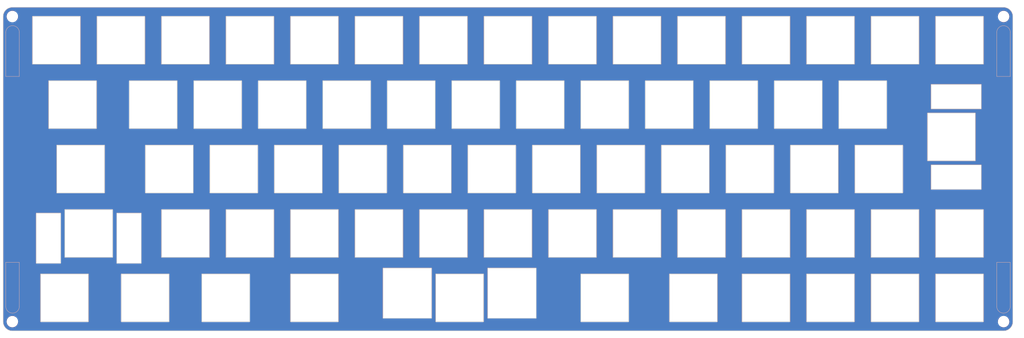
<source format=kicad_pcb>
(kicad_pcb (version 20221018) (generator pcbnew)
  (layers (0 "F.Cu" signal) (31 "B.Cu" signal) (34 "B.Paste" user) (35 "F.Paste" user) (36 "B.SilkS" user "B.Silkscreen") (37 "F.SilkS" user "F.Silkscreen") (38 "B.Mask" user) (39 "F.Mask" user) (44 "Edge.Cuts" user))
  (net 0 "")
  (footprint "kbd_Hole:m3_Screw_Hole_EdgeCuts" (layer "F.Cu") (at 25.075 21.55)
    (fp_text reference "J2" hide)
    (fp_text value "Conn_01x01" hide)
    (fp_circle (center 0 0) (end 1.6 0) (stroke (width 0.01)) (fill none) (layer "Edge.Cuts"))
  )
  (footprint "kbd_Hole:m3_Screw_Hole_EdgeCuts" (layer "F.Cu") (at 25.075 111.8)
    (fp_text reference "J4" hide)
    (fp_text value "Conn_01x01" hide)
    (fp_circle (center 0 0) (end 1.6 0) (stroke (width 0.01)) (fill none) (layer "Edge.Cuts"))
  )
  (footprint "kbd_Hole:m3_Screw_Hole_EdgeCuts" (layer "F.Cu") (at 317.825 21.55)
    (fp_text reference "J5" hide)
    (fp_text value "Conn_01x01" hide)
    (fp_circle (center 0 0) (end 1.6 0) (stroke (width 0.01)) (fill none) (layer "Edge.Cuts"))
  )
  (footprint "kbd_Hole:m3_Screw_Hole_EdgeCuts" (layer "F.Cu") (at 317.825 111.8)
    (fp_text reference "J7" hide)
    (fp_text value "Conn_01x01" hide)
    (fp_circle (center 0 0) (end 1.6 0) (stroke (width 0.01)) (fill none) (layer "Edge.Cuts"))
  )
  (footprint "kbd_SW_Hole:SW_Hole_2u3u_JLC" (layer "F.Cu") (at 157.1625 104.775 180)
    (fp_text reference "K_SPC1" hide)
    (fp_text value "MX-NoLED" hide)
    (fp_line (start -22.6 -6) (end -8.3 -6) (stroke (width 0.12)) (layer "Edge.Cuts"))
    (fp_line (start -22.6 8.8) (end -22.6 -6) (stroke (width 0.12)) (layer "Edge.Cuts"))
    (fp_line (start -8.3 -6) (end -8.3 8.8) (stroke (width 0.12)) (layer "Edge.Cuts"))
    (fp_line (start -8.3 8.8) (end -22.6 8.8) (stroke (width 0.12)) (layer "Edge.Cuts"))
    (fp_line (start -7.05 -7.05) (end 7.05 -7.05) (stroke (width 0.15)) (layer "Edge.Cuts"))
    (fp_line (start -7.05 7.05) (end -7.05 -7.05) (stroke (width 0.15)) (layer "Edge.Cuts"))
    (fp_line (start 7.05 -7.05) (end 7.05 7.05) (stroke (width 0.15)) (layer "Edge.Cuts"))
    (fp_line (start 7.05 7.05) (end -7.05 7.05) (stroke (width 0.15)) (layer "Edge.Cuts"))
    (fp_line (start 8.3 -6) (end 8.3 8.8) (stroke (width 0.12)) (layer "Edge.Cuts"))
    (fp_line (start 8.3 8.8) (end 22.6 8.8) (stroke (width 0.12)) (layer "Edge.Cuts"))
    (fp_line (start 22.6 -6) (end 8.3 -6) (stroke (width 0.12)) (layer "Edge.Cuts"))
    (fp_line (start 22.6 8.8) (end 22.6 -6) (stroke (width 0.12)) (layer "Edge.Cuts"))
  )
  (footprint "kbd_SW_Hole:SW_Hole_1u_JLC" (layer "F.Cu") (at 266.7 85.725)
    (fp_text reference "K_\\2" hide)
    (fp_text value "MX-NoLED" hide)
    (fp_line (start -7.05 -7.05) (end 7.05 -7.05) (stroke (width 0.15)) (layer "Edge.Cuts"))
    (fp_line (start -7.05 7.05) (end -7.05 -7.05) (stroke (width 0.15)) (layer "Edge.Cuts"))
    (fp_line (start 7.05 -7.05) (end 7.05 7.05) (stroke (width 0.15)) (layer "Edge.Cuts"))
    (fp_line (start 7.05 7.05) (end -7.05 7.05) (stroke (width 0.15)) (layer "Edge.Cuts"))
  )
  (footprint "kbd_SW_Hole:SW_Hole_1u_JLC" (layer "F.Cu") (at 190.5 28.575)
    (fp_text reference "K_#8" hide)
    (fp_text value "MX-NoLED" hide)
    (fp_line (start -7.05 -7.05) (end 7.05 -7.05) (stroke (width 0.15)) (layer "Edge.Cuts"))
    (fp_line (start -7.05 7.05) (end -7.05 -7.05) (stroke (width 0.15)) (layer "Edge.Cuts"))
    (fp_line (start 7.05 -7.05) (end 7.05 7.05) (stroke (width 0.15)) (layer "Edge.Cuts"))
    (fp_line (start 7.05 7.05) (end -7.05 7.05) (stroke (width 0.15)) (layer "Edge.Cuts"))
  )
  (footprint "kbd_SW_Hole:SW_Hole_1u_JLC" (layer "F.Cu") (at 104.775 47.625)
    (fp_text reference "K_E1" hide)
    (fp_text value "MX-NoLED" hide)
    (fp_line (start -7.05 -7.05) (end 7.05 -7.05) (stroke (width 0.15)) (layer "Edge.Cuts"))
    (fp_line (start -7.05 7.05) (end -7.05 -7.05) (stroke (width 0.15)) (layer "Edge.Cuts"))
    (fp_line (start 7.05 -7.05) (end 7.05 7.05) (stroke (width 0.15)) (layer "Edge.Cuts"))
    (fp_line (start 7.05 7.05) (end -7.05 7.05) (stroke (width 0.15)) (layer "Edge.Cuts"))
  )
  (footprint "kbd_SW_Hole:SW_Hole_1u_JLC" (layer "F.Cu") (at 171.45 28.575)
    (fp_text reference "K_#7" hide)
    (fp_text value "MX-NoLED" hide)
    (fp_line (start -7.05 -7.05) (end 7.05 -7.05) (stroke (width 0.15)) (layer "Edge.Cuts"))
    (fp_line (start -7.05 7.05) (end -7.05 -7.05) (stroke (width 0.15)) (layer "Edge.Cuts"))
    (fp_line (start 7.05 -7.05) (end 7.05 7.05) (stroke (width 0.15)) (layer "Edge.Cuts"))
    (fp_line (start 7.05 7.05) (end -7.05 7.05) (stroke (width 0.15)) (layer "Edge.Cuts"))
  )
  (footprint "kbd_SW_Hole:SW_Hole_2u_JLC" (layer "F.Cu") (at 47.625 85.725)
    (fp_text reference "K_LSFT1" hide)
    (fp_text value "MX-NoLED" hide)
    (fp_line (start -15.5 -6) (end -8.3 -6) (stroke (width 0.12)) (layer "Edge.Cuts"))
    (fp_line (start -15.5 8.8) (end -15.5 -6) (stroke (width 0.12)) (layer "Edge.Cuts"))
    (fp_line (start -8.3 -6) (end -8.3 8.8) (stroke (width 0.12)) (layer "Edge.Cuts"))
    (fp_line (start -8.3 8.8) (end -15.5 8.8) (stroke (width 0.12)) (layer "Edge.Cuts"))
    (fp_line (start -7.05 -7.05) (end 7.05 -7.05) (stroke (width 0.15)) (layer "Edge.Cuts"))
    (fp_line (start -7.05 7.05) (end -7.05 -7.05) (stroke (width 0.15)) (layer "Edge.Cuts"))
    (fp_line (start 7.05 -7.05) (end 7.05 7.05) (stroke (width 0.15)) (layer "Edge.Cuts"))
    (fp_line (start 7.05 7.05) (end -7.05 7.05) (stroke (width 0.15)) (layer "Edge.Cuts"))
    (fp_line (start 8.3 -6) (end 8.3 8.8) (stroke (width 0.12)) (layer "Edge.Cuts"))
    (fp_line (start 8.3 8.8) (end 15.5 8.8) (stroke (width 0.12)) (layer "Edge.Cuts"))
    (fp_line (start 15.5 -6) (end 8.3 -6) (stroke (width 0.12)) (layer "Edge.Cuts"))
    (fp_line (start 15.5 8.8) (end 15.5 -6) (stroke (width 0.12)) (layer "Edge.Cuts"))
  )
  (footprint "kbd_SW_Hole:SW_Hole_1u_JLC" (layer "F.Cu") (at 219.075 47.625)
    (fp_text reference "K_O1" hide)
    (fp_text value "MX-NoLED" hide)
    (fp_line (start -7.05 -7.05) (end 7.05 -7.05) (stroke (width 0.15)) (layer "Edge.Cuts"))
    (fp_line (start -7.05 7.05) (end -7.05 -7.05) (stroke (width 0.15)) (layer "Edge.Cuts"))
    (fp_line (start 7.05 -7.05) (end 7.05 7.05) (stroke (width 0.15)) (layer "Edge.Cuts"))
    (fp_line (start 7.05 7.05) (end -7.05 7.05) (stroke (width 0.15)) (layer "Edge.Cuts"))
  )
  (footprint "kbd_SW_Hole:SW_Hole_1u_JLC" (layer "F.Cu") (at 247.65 85.725)
    (fp_text reference "K_/1" hide)
    (fp_text value "MX-NoLED" hide)
    (fp_line (start -7.05 -7.05) (end 7.05 -7.05) (stroke (width 0.15)) (layer "Edge.Cuts"))
    (fp_line (start -7.05 7.05) (end -7.05 -7.05) (stroke (width 0.15)) (layer "Edge.Cuts"))
    (fp_line (start 7.05 -7.05) (end 7.05 7.05) (stroke (width 0.15)) (layer "Edge.Cuts"))
    (fp_line (start 7.05 7.05) (end -7.05 7.05) (stroke (width 0.15)) (layer "Edge.Cuts"))
  )
  (footprint "kbd_SW_Hole:SW_Hole_2u_JLC" (layer "F.Cu") (at 302.41875 57.15 90)
    (fp_text reference "K_ENTER1" hide)
    (fp_text value "MX-NoLED" hide)
    (fp_line (start -15.5 -6) (end -8.3 -6) (stroke (width 0.12)) (layer "Edge.Cuts"))
    (fp_line (start -15.5 8.8) (end -15.5 -6) (stroke (width 0.12)) (layer "Edge.Cuts"))
    (fp_line (start -8.3 -6) (end -8.3 8.8) (stroke (width 0.12)) (layer "Edge.Cuts"))
    (fp_line (start -8.3 8.8) (end -15.5 8.8) (stroke (width 0.12)) (layer "Edge.Cuts"))
    (fp_line (start -7.05 -7.05) (end 7.05 -7.05) (stroke (width 0.15)) (layer "Edge.Cuts"))
    (fp_line (start -7.05 7.05) (end -7.05 -7.05) (stroke (width 0.15)) (layer "Edge.Cuts"))
    (fp_line (start 7.05 -7.05) (end 7.05 7.05) (stroke (width 0.15)) (layer "Edge.Cuts"))
    (fp_line (start 7.05 7.05) (end -7.05 7.05) (stroke (width 0.15)) (layer "Edge.Cuts"))
    (fp_line (start 8.3 -6) (end 8.3 8.8) (stroke (width 0.12)) (layer "Edge.Cuts"))
    (fp_line (start 8.3 8.8) (end 15.5 8.8) (stroke (width 0.12)) (layer "Edge.Cuts"))
    (fp_line (start 15.5 -6) (end 8.3 -6) (stroke (width 0.12)) (layer "Edge.Cuts"))
    (fp_line (start 15.5 8.8) (end 15.5 -6) (stroke (width 0.12)) (layer "Edge.Cuts"))
  )
  (footprint "kbd_SW_Hole:SW_Hole_1u_JLC" (layer "F.Cu") (at 152.4 28.575)
    (fp_text reference "K_#6" hide)
    (fp_text value "MX-NoLED" hide)
    (fp_line (start -7.05 -7.05) (end 7.05 -7.05) (stroke (width 0.15)) (layer "Edge.Cuts"))
    (fp_line (start -7.05 7.05) (end -7.05 -7.05) (stroke (width 0.15)) (layer "Edge.Cuts"))
    (fp_line (start 7.05 -7.05) (end 7.05 7.05) (stroke (width 0.15)) (layer "Edge.Cuts"))
    (fp_line (start 7.05 7.05) (end -7.05 7.05) (stroke (width 0.15)) (layer "Edge.Cuts"))
  )
  (footprint "kbd_SW_Hole:SW_Hole_1u_JLC" (layer "F.Cu") (at 76.2 28.575)
    (fp_text reference "K_#2" hide)
    (fp_text value "MX-NoLED" hide)
    (fp_line (start -7.05 -7.05) (end 7.05 -7.05) (stroke (width 0.15)) (layer "Edge.Cuts"))
    (fp_line (start -7.05 7.05) (end -7.05 -7.05) (stroke (width 0.15)) (layer "Edge.Cuts"))
    (fp_line (start 7.05 -7.05) (end 7.05 7.05) (stroke (width 0.15)) (layer "Edge.Cuts"))
    (fp_line (start 7.05 7.05) (end -7.05 7.05) (stroke (width 0.15)) (layer "Edge.Cuts"))
  )
  (footprint "kbd_SW_Hole:SW_Hole_1u_JLC" (layer "F.Cu") (at 261.9375 66.675)
    (fp_text reference "K_'1" hide)
    (fp_text value "MX-NoLED" hide)
    (fp_line (start -7.05 -7.05) (end 7.05 -7.05) (stroke (width 0.15)) (layer "Edge.Cuts"))
    (fp_line (start -7.05 7.05) (end -7.05 -7.05) (stroke (width 0.15)) (layer "Edge.Cuts"))
    (fp_line (start 7.05 -7.05) (end 7.05 7.05) (stroke (width 0.15)) (layer "Edge.Cuts"))
    (fp_line (start 7.05 7.05) (end -7.05 7.05) (stroke (width 0.15)) (layer "Edge.Cuts"))
  )
  (footprint "kbd_SW_Hole:SW_Hole_1u_JLC" (layer "F.Cu") (at 88.10625 104.775)
    (fp_text reference "K_LALT1" hide)
    (fp_text value "MX-NoLED" hide)
    (fp_line (start -7.05 -7.05) (end 7.05 -7.05) (stroke (width 0.15)) (layer "Edge.Cuts"))
    (fp_line (start -7.05 7.05) (end -7.05 -7.05) (stroke (width 0.15)) (layer "Edge.Cuts"))
    (fp_line (start 7.05 -7.05) (end 7.05 7.05) (stroke (width 0.15)) (layer "Edge.Cuts"))
    (fp_line (start 7.05 7.05) (end -7.05 7.05) (stroke (width 0.15)) (layer "Edge.Cuts"))
  )
  (footprint "kbd_SW_Hole:SW_Hole_1u_JLC" (layer "F.Cu") (at 133.35 85.725)
    (fp_text reference "K_V1" hide)
    (fp_text value "MX-NoLED" hide)
    (fp_line (start -7.05 -7.05) (end 7.05 -7.05) (stroke (width 0.15)) (layer "Edge.Cuts"))
    (fp_line (start -7.05 7.05) (end -7.05 -7.05) (stroke (width 0.15)) (layer "Edge.Cuts"))
    (fp_line (start 7.05 -7.05) (end 7.05 7.05) (stroke (width 0.15)) (layer "Edge.Cuts"))
    (fp_line (start 7.05 7.05) (end -7.05 7.05) (stroke (width 0.15)) (layer "Edge.Cuts"))
  )
  (footprint "kbd_SW_Hole:SW_Hole_1u_JLC" (layer "F.Cu") (at 242.8875 66.675)
    (fp_text reference "K_;1" hide)
    (fp_text value "MX-NoLED" hide)
    (fp_line (start -7.05 -7.05) (end 7.05 -7.05) (stroke (width 0.15)) (layer "Edge.Cuts"))
    (fp_line (start -7.05 7.05) (end -7.05 -7.05) (stroke (width 0.15)) (layer "Edge.Cuts"))
    (fp_line (start 7.05 -7.05) (end 7.05 7.05) (stroke (width 0.15)) (layer "Edge.Cuts"))
    (fp_line (start 7.05 7.05) (end -7.05 7.05) (stroke (width 0.15)) (layer "Edge.Cuts"))
  )
  (footprint "kbd_SW_Hole:SW_Hole_1u_JLC" (layer "F.Cu") (at 114.3 85.725)
    (fp_text reference "K_C1" hide)
    (fp_text value "MX-NoLED" hide)
    (fp_line (start -7.05 -7.05) (end 7.05 -7.05) (stroke (width 0.15)) (layer "Edge.Cuts"))
    (fp_line (start -7.05 7.05) (end -7.05 -7.05) (stroke (width 0.15)) (layer "Edge.Cuts"))
    (fp_line (start 7.05 -7.05) (end 7.05 7.05) (stroke (width 0.15)) (layer "Edge.Cuts"))
    (fp_line (start 7.05 7.05) (end -7.05 7.05) (stroke (width 0.15)) (layer "Edge.Cuts"))
  )
  (footprint "kbd_SW_Hole:SW_Hole_1u_JLC" (layer "F.Cu") (at 38.1 28.575 180)
    (fp_text reference "K_ESC1" hide)
    (fp_text value "MX-NoLED" hide)
    (fp_line (start -7.05 -7.05) (end 7.05 -7.05) (stroke (width 0.15)) (layer "Edge.Cuts"))
    (fp_line (start -7.05 7.05) (end -7.05 -7.05) (stroke (width 0.15)) (layer "Edge.Cuts"))
    (fp_line (start 7.05 -7.05) (end 7.05 7.05) (stroke (width 0.15)) (layer "Edge.Cuts"))
    (fp_line (start 7.05 7.05) (end -7.05 7.05) (stroke (width 0.15)) (layer "Edge.Cuts"))
  )
  (footprint "kbd_SW_Hole:SW_Hole_1u_JLC" (layer "F.Cu") (at 200.025 104.775)
    (fp_text reference "K_HEN1" hide)
    (fp_text value "MX-NoLED" hide)
    (fp_line (start -7.05 -7.05) (end 7.05 -7.05) (stroke (width 0.15)) (layer "Edge.Cuts"))
    (fp_line (start -7.05 7.05) (end -7.05 -7.05) (stroke (width 0.15)) (layer "Edge.Cuts"))
    (fp_line (start 7.05 -7.05) (end 7.05 7.05) (stroke (width 0.15)) (layer "Edge.Cuts"))
    (fp_line (start 7.05 7.05) (end -7.05 7.05) (stroke (width 0.15)) (layer "Edge.Cuts"))
  )
  (footprint "kbd_SW_Hole:SW_Hole_1u_JLC" (layer "F.Cu") (at 128.5875 66.675)
    (fp_text reference "K_F1" hide)
    (fp_text value "MX-NoLED" hide)
    (fp_line (start -7.05 -7.05) (end 7.05 -7.05) (stroke (width 0.15)) (layer "Edge.Cuts"))
    (fp_line (start -7.05 7.05) (end -7.05 -7.05) (stroke (width 0.15)) (layer "Edge.Cuts"))
    (fp_line (start 7.05 -7.05) (end 7.05 7.05) (stroke (width 0.15)) (layer "Edge.Cuts"))
    (fp_line (start 7.05 7.05) (end -7.05 7.05) (stroke (width 0.15)) (layer "Edge.Cuts"))
  )
  (footprint "kbd_SW_Hole:SW_Hole_1u_JLC" (layer "F.Cu") (at 304.8 28.575)
    (fp_text reference "K_SBSPC2" hide)
    (fp_text value "MX-NoLED" hide)
    (fp_line (start -7.05 -7.05) (end 7.05 -7.05) (stroke (width 0.15)) (layer "Edge.Cuts"))
    (fp_line (start -7.05 7.05) (end -7.05 -7.05) (stroke (width 0.15)) (layer "Edge.Cuts"))
    (fp_line (start 7.05 -7.05) (end 7.05 7.05) (stroke (width 0.15)) (layer "Edge.Cuts"))
    (fp_line (start 7.05 7.05) (end -7.05 7.05) (stroke (width 0.15)) (layer "Edge.Cuts"))
  )
  (footprint "kbd_SW_Hole:SW_Hole_1u_JLC" (layer "F.Cu") (at 285.75 28.575)
    (fp_text reference "K_SBSPC1" hide)
    (fp_text value "MX-NoLED" hide)
    (fp_line (start -7.05 -7.05) (end 7.05 -7.05) (stroke (width 0.15)) (layer "Edge.Cuts"))
    (fp_line (start -7.05 7.05) (end -7.05 -7.05) (stroke (width 0.15)) (layer "Edge.Cuts"))
    (fp_line (start 7.05 -7.05) (end 7.05 7.05) (stroke (width 0.15)) (layer "Edge.Cuts"))
    (fp_line (start 7.05 7.05) (end -7.05 7.05) (stroke (width 0.15)) (layer "Edge.Cuts"))
  )
  (footprint "kbd_SW_Hole:SW_Hole_1u_JLC" (layer "F.Cu") (at 133.35 28.575)
    (fp_text reference "K_#5" hide)
    (fp_text value "MX-NoLED" hide)
    (fp_line (start -7.05 -7.05) (end 7.05 -7.05) (stroke (width 0.15)) (layer "Edge.Cuts"))
    (fp_line (start -7.05 7.05) (end -7.05 -7.05) (stroke (width 0.15)) (layer "Edge.Cuts"))
    (fp_line (start 7.05 -7.05) (end 7.05 7.05) (stroke (width 0.15)) (layer "Edge.Cuts"))
    (fp_line (start 7.05 7.05) (end -7.05 7.05) (stroke (width 0.15)) (layer "Edge.Cuts"))
  )
  (footprint "kbd_SW_Hole:SW_Hole_1u_JLC" (layer "F.Cu") (at 57.15 28.575 180)
    (fp_text reference "K_#1" hide)
    (fp_text value "MX-NoLED" hide)
    (fp_line (start -7.05 -7.05) (end 7.05 -7.05) (stroke (width 0.15)) (layer "Edge.Cuts"))
    (fp_line (start -7.05 7.05) (end -7.05 -7.05) (stroke (width 0.15)) (layer "Edge.Cuts"))
    (fp_line (start 7.05 -7.05) (end 7.05 7.05) (stroke (width 0.15)) (layer "Edge.Cuts"))
    (fp_line (start 7.05 7.05) (end -7.05 7.05) (stroke (width 0.15)) (layer "Edge.Cuts"))
  )
  (footprint "kbd_SW_Hole:SW_Hole_1u_JLC" (layer "F.Cu") (at 123.825 47.625)
    (fp_text reference "K_R1" hide)
    (fp_text value "MX-NoLED" hide)
    (fp_line (start -7.05 -7.05) (end 7.05 -7.05) (stroke (width 0.15)) (layer "Edge.Cuts"))
    (fp_line (start -7.05 7.05) (end -7.05 -7.05) (stroke (width 0.15)) (layer "Edge.Cuts"))
    (fp_line (start 7.05 -7.05) (end 7.05 7.05) (stroke (width 0.15)) (layer "Edge.Cuts"))
    (fp_line (start 7.05 7.05) (end -7.05 7.05) (stroke (width 0.15)) (layer "Edge.Cuts"))
  )
  (footprint "kbd_SW_Hole:SW_Hole_1u_JLC" (layer "F.Cu") (at 90.4875 66.675)
    (fp_text reference "K_S1" hide)
    (fp_text value "MX-NoLED" hide)
    (fp_line (start -7.05 -7.05) (end 7.05 -7.05) (stroke (width 0.15)) (layer "Edge.Cuts"))
    (fp_line (start -7.05 7.05) (end -7.05 -7.05) (stroke (width 0.15)) (layer "Edge.Cuts"))
    (fp_line (start 7.05 -7.05) (end 7.05 7.05) (stroke (width 0.15)) (layer "Edge.Cuts"))
    (fp_line (start 7.05 7.05) (end -7.05 7.05) (stroke (width 0.15)) (layer "Edge.Cuts"))
  )
  (footprint "kbd_SW_Hole:SW_Hole_1u_JLC" (layer "F.Cu") (at 152.4 85.725)
    (fp_text reference "K_B1" hide)
    (fp_text value "MX-NoLED" hide)
    (fp_line (start -7.05 -7.05) (end 7.05 -7.05) (stroke (width 0.15)) (layer "Edge.Cuts"))
    (fp_line (start -7.05 7.05) (end -7.05 -7.05) (stroke (width 0.15)) (layer "Edge.Cuts"))
    (fp_line (start 7.05 -7.05) (end 7.05 7.05) (stroke (width 0.15)) (layer "Edge.Cuts"))
    (fp_line (start 7.05 7.05) (end -7.05 7.05) (stroke (width 0.15)) (layer "Edge.Cuts"))
  )
  (footprint "kbd_SW_Hole:SW_Hole_1u_JLC" (layer "F.Cu") (at 204.7875 66.675)
    (fp_text reference "K_K1" hide)
    (fp_text value "MX-NoLED" hide)
    (fp_line (start -7.05 -7.05) (end 7.05 -7.05) (stroke (width 0.15)) (layer "Edge.Cuts"))
    (fp_line (start -7.05 7.05) (end -7.05 -7.05) (stroke (width 0.15)) (layer "Edge.Cuts"))
    (fp_line (start 7.05 -7.05) (end 7.05 7.05) (stroke (width 0.15)) (layer "Edge.Cuts"))
    (fp_line (start 7.05 7.05) (end -7.05 7.05) (stroke (width 0.15)) (layer "Edge.Cuts"))
  )
  (footprint "kbd_SW_Hole:SW_Hole_1u_JLC" (layer "F.Cu") (at 85.725 47.625)
    (fp_text reference "K_W1" hide)
    (fp_text value "MX-NoLED" hide)
    (fp_line (start -7.05 -7.05) (end 7.05 -7.05) (stroke (width 0.15)) (layer "Edge.Cuts"))
    (fp_line (start -7.05 7.05) (end -7.05 -7.05) (stroke (width 0.15)) (layer "Edge.Cuts"))
    (fp_line (start 7.05 -7.05) (end 7.05 7.05) (stroke (width 0.15)) (layer "Edge.Cuts"))
    (fp_line (start 7.05 7.05) (end -7.05 7.05) (stroke (width 0.15)) (layer "Edge.Cuts"))
  )
  (footprint "kbd_SW_Hole:SW_Hole_1u_JLC" (layer "F.Cu") (at 238.125 47.625)
    (fp_text reference "K_P1" hide)
    (fp_text value "MX-NoLED" hide)
    (fp_line (start -7.05 -7.05) (end 7.05 -7.05) (stroke (width 0.15)) (layer "Edge.Cuts"))
    (fp_line (start -7.05 7.05) (end -7.05 -7.05) (stroke (width 0.15)) (layer "Edge.Cuts"))
    (fp_line (start 7.05 -7.05) (end 7.05 7.05) (stroke (width 0.15)) (layer "Edge.Cuts"))
    (fp_line (start 7.05 7.05) (end -7.05 7.05) (stroke (width 0.15)) (layer "Edge.Cuts"))
  )
  (footprint "kbd_SW_Hole:SW_Hole_1u_JLC" (layer "F.Cu") (at 280.9875 66.675)
    (fp_text reference "K_\\1" hide)
    (fp_text value "MX-NoLED" hide)
    (fp_line (start -7.05 -7.05) (end 7.05 -7.05) (stroke (width 0.15)) (layer "Edge.Cuts"))
    (fp_line (start -7.05 7.05) (end -7.05 -7.05) (stroke (width 0.15)) (layer "Edge.Cuts"))
    (fp_line (start 7.05 -7.05) (end 7.05 7.05) (stroke (width 0.15)) (layer "Edge.Cuts"))
    (fp_line (start 7.05 7.05) (end -7.05 7.05) (stroke (width 0.15)) (layer "Edge.Cuts"))
  )
  (footprint "kbd_SW_Hole:SW_Hole_1u_JLC" (layer "F.Cu") (at 285.75 104.775)
    (fp_text reference "K_DOWN1" hide)
    (fp_text value "MX-NoLED" hide)
    (fp_line (start -7.05 -7.05) (end 7.05 -7.05) (stroke (width 0.15)) (layer "Edge.Cuts"))
    (fp_line (start -7.05 7.05) (end -7.05 -7.05) (stroke (width 0.15)) (layer "Edge.Cuts"))
    (fp_line (start 7.05 -7.05) (end 7.05 7.05) (stroke (width 0.15)) (layer "Edge.Cuts"))
    (fp_line (start 7.05 7.05) (end -7.05 7.05) (stroke (width 0.15)) (layer "Edge.Cuts"))
  )
  (footprint "kbd_SW_Hole:SW_Hole_1u_JLC" (layer "F.Cu") (at 76.2 85.725)
    (fp_text reference "K_Z1" hide)
    (fp_text value "MX-NoLED" hide)
    (fp_line (start -7.05 -7.05) (end 7.05 -7.05) (stroke (width 0.15)) (layer "Edge.Cuts"))
    (fp_line (start -7.05 7.05) (end -7.05 -7.05) (stroke (width 0.15)) (layer "Edge.Cuts"))
    (fp_line (start 7.05 -7.05) (end 7.05 7.05) (stroke (width 0.15)) (layer "Edge.Cuts"))
    (fp_line (start 7.05 7.05) (end -7.05 7.05) (stroke (width 0.15)) (layer "Edge.Cuts"))
  )
  (footprint "kbd_SW_Hole:SW_Hole_1u_JLC" (layer "F.Cu") (at 71.4375 66.675)
    (fp_text reference "K_A1" hide)
    (fp_text value "MX-NoLED" hide)
    (fp_line (start -7.05 -7.05) (end 7.05 -7.05) (stroke (width 0.15)) (layer "Edge.Cuts"))
    (fp_line (start -7.05 7.05) (end -7.05 -7.05) (stroke (width 0.15)) (layer "Edge.Cuts"))
    (fp_line (start 7.05 -7.05) (end 7.05 7.05) (stroke (width 0.15)) (layer "Edge.Cuts"))
    (fp_line (start 7.05 7.05) (end -7.05 7.05) (stroke (width 0.15)) (layer "Edge.Cuts"))
  )
  (footprint "kbd_SW_Hole:SW_Hole_1u_JLC" (layer "F.Cu") (at 266.7 28.575)
    (fp_text reference "K_=1" hide)
    (fp_text value "MX-NoLED" hide)
    (fp_line (start -7.05 -7.05) (end 7.05 -7.05) (stroke (width 0.15)) (layer "Edge.Cuts"))
    (fp_line (start -7.05 7.05) (end -7.05 -7.05) (stroke (width 0.15)) (layer "Edge.Cuts"))
    (fp_line (start 7.05 -7.05) (end 7.05 7.05) (stroke (width 0.15)) (layer "Edge.Cuts"))
    (fp_line (start 7.05 7.05) (end -7.05 7.05) (stroke (width 0.15)) (layer "Edge.Cuts"))
  )
  (footprint "kbd_SW_Hole:SW_Hole_1u_JLC" (layer "F.Cu") (at 200.025 47.625)
    (fp_text reference "K_I1" hide)
    (fp_text value "MX-NoLED" hide)
    (fp_line (start -7.05 -7.05) (end 7.05 -7.05) (stroke (width 0.15)) (layer "Edge.Cuts"))
    (fp_line (start -7.05 7.05) (end -7.05 -7.05) (stroke (width 0.15)) (layer "Edge.Cuts"))
    (fp_line (start 7.05 -7.05) (end 7.05 7.05) (stroke (width 0.15)) (layer "Edge.Cuts"))
    (fp_line (start 7.05 7.05) (end -7.05 7.05) (stroke (width 0.15)) (layer "Edge.Cuts"))
  )
  (footprint "kbd_SW_Hole:SW_Hole_1u_JLC" (layer "F.Cu") (at 180.975 47.625)
    (fp_text reference "K_U1" hide)
    (fp_text value "MX-NoLED" hide)
    (fp_line (start -7.05 -7.05) (end 7.05 -7.05) (stroke (width 0.15)) (layer "Edge.Cuts"))
    (fp_line (start -7.05 7.05) (end -7.05 -7.05) (stroke (width 0.15)) (layer "Edge.Cuts"))
    (fp_line (start 7.05 -7.05) (end 7.05 7.05) (stroke (width 0.15)) (layer "Edge.Cuts"))
    (fp_line (start 7.05 7.05) (end -7.05 7.05) (stroke (width 0.15)) (layer "Edge.Cuts"))
  )
  (footprint "kbd_SW_Hole:SW_Hole_1u_JLC" (layer "F.Cu") (at 304.8 104.775)
    (fp_text reference "K_RIGHT1" hide)
    (fp_text value "MX-NoLED" hide)
    (fp_line (start -7.05 -7.05) (end 7.05 -7.05) (stroke (width 0.15)) (layer "Edge.Cuts"))
    (fp_line (start -7.05 7.05) (end -7.05 -7.05) (stroke (width 0.15)) (layer "Edge.Cuts"))
    (fp_line (start 7.05 -7.05) (end 7.05 7.05) (stroke (width 0.15)) (layer "Edge.Cuts"))
    (fp_line (start 7.05 7.05) (end -7.05 7.05) (stroke (width 0.15)) (layer "Edge.Cuts"))
  )
  (footprint "kbd_SW_Hole:SW_Hole_1u_JLC" (layer "F.Cu") (at 42.8625 47.625)
    (fp_text reference "K_TAB1" hide)
    (fp_text value "MX-NoLED" hide)
    (fp_line (start -7.05 -7.05) (end 7.05 -7.05) (stroke (width 0.15)) (layer "Edge.Cuts"))
    (fp_line (start -7.05 7.05) (end -7.05 -7.05) (stroke (width 0.15)) (layer "Edge.Cuts"))
    (fp_line (start 7.05 -7.05) (end 7.05 7.05) (stroke (width 0.15)) (layer "Edge.Cuts"))
    (fp_line (start 7.05 7.05) (end -7.05 7.05) (stroke (width 0.15)) (layer "Edge.Cuts"))
  )
  (footprint "kbd_SW_Hole:SW_Hole_1u_JLC" (layer "F.Cu") (at 114.3 104.775)
    (fp_text reference "K_MHEN1" hide)
    (fp_text value "MX-NoLED" hide)
    (fp_line (start -7.05 -7.05) (end 7.05 -7.05) (stroke (width 0.15)) (layer "Edge.Cuts"))
    (fp_line (start -7.05 7.05) (end -7.05 -7.05) (stroke (width 0.15)) (layer "Edge.Cuts"))
    (fp_line (start 7.05 -7.05) (end 7.05 7.05) (stroke (width 0.15)) (layer "Edge.Cuts"))
    (fp_line (start 7.05 7.05) (end -7.05 7.05) (stroke (width 0.15)) (layer "Edge.Cuts"))
  )
  (footprint "kbd_SW_Hole:SW_Hole_1u_JLC" (layer "F.Cu") (at 226.21875 104.775)
    (fp_text reference "K_KANA1" hide)
    (fp_text value "MX-NoLED" hide)
    (fp_line (start -7.05 -7.05) (end 7.05 -7.05) (stroke (width 0.15)) (layer "Edge.Cuts"))
    (fp_line (start -7.05 7.05) (end -7.05 -7.05) (stroke (width 0.15)) (layer "Edge.Cuts"))
    (fp_line (start 7.05 -7.05) (end 7.05 7.05) (stroke (width 0.15)) (layer "Edge.Cuts"))
    (fp_line (start 7.05 7.05) (end -7.05 7.05) (stroke (width 0.15)) (layer "Edge.Cuts"))
  )
  (footprint "kbd_SW_Hole:SW_Hole_1u_JLC" (layer "F.Cu") (at 304.8 85.725)
    (fp_text reference "K_SRSFT2" hide)
    (fp_text value "MX-NoLED" hide)
    (fp_line (start -7.05 -7.05) (end 7.05 -7.05) (stroke (width 0.15)) (layer "Edge.Cuts"))
    (fp_line (start -7.05 7.05) (end -7.05 -7.05) (stroke (width 0.15)) (layer "Edge.Cuts"))
    (fp_line (start 7.05 -7.05) (end 7.05 7.05) (stroke (width 0.15)) (layer "Edge.Cuts"))
    (fp_line (start 7.05 7.05) (end -7.05 7.05) (stroke (width 0.15)) (layer "Edge.Cuts"))
  )
  (footprint "kbd_SW_Hole:SW_Hole_1u_JLC" (layer "F.Cu") (at 171.45 85.725)
    (fp_text reference "K_N1" hide)
    (fp_text value "MX-NoLED" hide)
    (fp_line (start -7.05 -7.05) (end 7.05 -7.05) (stroke (width 0.15)) (layer "Edge.Cuts"))
    (fp_line (start -7.05 7.05) (end -7.05 -7.05) (stroke (width 0.15)) (layer "Edge.Cuts"))
    (fp_line (start 7.05 -7.05) (end 7.05 7.05) (stroke (width 0.15)) (layer "Edge.Cuts"))
    (fp_line (start 7.05 7.05) (end -7.05 7.05) (stroke (width 0.15)) (layer "Edge.Cuts"))
  )
  (footprint "kbd_SW_Hole:SW_Hole_1u_JLC" (layer "F.Cu") (at 161.925 47.625)
    (fp_text reference "K_Y1" hide)
    (fp_text value "MX-NoLED" hide)
    (fp_line (start -7.05 -7.05) (end 7.05 -7.05) (stroke (width 0.15)) (layer "Edge.Cuts"))
    (fp_line (start -7.05 7.05) (end -7.05 -7.05) (stroke (width 0.15)) (layer "Edge.Cuts"))
    (fp_line (start 7.05 -7.05) (end 7.05 7.05) (stroke (width 0.15)) (layer "Edge.Cuts"))
    (fp_line (start 7.05 7.05) (end -7.05 7.05) (stroke (width 0.15)) (layer "Edge.Cuts"))
  )
  (footprint "kbd_SW_Hole:SW_Hole_1u_JLC" (layer "F.Cu") (at 114.3 28.575)
    (fp_text reference "K_#4" hide)
    (fp_text value "MX-NoLED" hide)
    (fp_line (start -7.05 -7.05) (end 7.05 -7.05) (stroke (width 0.15)) (layer "Edge.Cuts"))
    (fp_line (start -7.05 7.05) (end -7.05 -7.05) (stroke (width 0.15)) (layer "Edge.Cuts"))
    (fp_line (start 7.05 -7.05) (end 7.05 7.05) (stroke (width 0.15)) (layer "Edge.Cuts"))
    (fp_line (start 7.05 7.05) (end -7.05 7.05) (stroke (width 0.15)) (layer "Edge.Cuts"))
  )
  (footprint "kbd_SW_Hole:SW_Hole_1u_JLC" (layer "F.Cu") (at 185.7375 66.675)
    (fp_text reference "K_J1" hide)
    (fp_text value "MX-NoLED" hide)
    (fp_line (start -7.05 -7.05) (end 7.05 -7.05) (stroke (width 0.15)) (layer "Edge.Cuts"))
    (fp_line (start -7.05 7.05) (end -7.05 -7.05) (stroke (width 0.15)) (layer "Edge.Cuts"))
    (fp_line (start 7.05 -7.05) (end 7.05 7.05) (stroke (width 0.15)) (layer "Edge.Cuts"))
    (fp_line (start 7.05 7.05) (end -7.05 7.05) (stroke (width 0.15)) (layer "Edge.Cuts"))
  )
  (footprint "kbd_SW_Hole:SW_Hole_1u_JLC" (layer "F.Cu") (at 95.25 85.725)
    (fp_text reference "K_X1" hide)
    (fp_text value "MX-NoLED" hide)
    (fp_line (start -7.05 -7.05) (end 7.05 -7.05) (stroke (width 0.15)) (layer "Edge.Cuts"))
    (fp_line (start -7.05 7.05) (end -7.05 -7.05) (stroke (width 0.15)) (layer "Edge.Cuts"))
    (fp_line (start 7.05 -7.05) (end 7.05 7.05) (stroke (width 0.15)) (layer "Edge.Cuts"))
    (fp_line (start 7.05 7.05) (end -7.05 7.05) (stroke (width 0.15)) (layer "Edge.Cuts"))
  )
  (footprint "kbd_SW_Hole:SW_Hole_1u_JLC" (layer "F.Cu") (at 228.6 85.725)
    (fp_text reference "K_.1" hide)
    (fp_text value "MX-NoLED" hide)
    (fp_line (start -7.05 -7.05) (end 7.05 -7.05) (stroke (width 0.15)) (layer "Edge.Cuts"))
    (fp_line (start -7.05 7.05) (end -7.05 -7.05) (stroke (width 0.15)) (layer "Edge.Cuts"))
    (fp_line (start 7.05 -7.05) (end 7.05 7.05) (stroke (width 0.15)) (layer "Edge.Cuts"))
    (fp_line (start 7.05 7.05) (end -7.05 7.05) (stroke (width 0.15)) (layer "Edge.Cuts"))
  )
  (footprint "kbd_SW_Hole:SW_Hole_1u_JLC" (layer "F.Cu") (at 247.65 104.775)
    (fp_text reference "K_APP1" hide)
    (fp_text value "MX-NoLED" hide)
    (fp_line (start -7.05 -7.05) (end 7.05 -7.05) (stroke (width 0.15)) (layer "Edge.Cuts"))
    (fp_line (start -7.05 7.05) (end -7.05 -7.05) (stroke (width 0.15)) (layer "Edge.Cuts"))
    (fp_line (start 7.05 -7.05) (end 7.05 7.05) (stroke (width 0.15)) (layer "Edge.Cuts"))
    (fp_line (start 7.05 7.05) (end -7.05 7.05) (stroke (width 0.15)) (layer "Edge.Cuts"))
  )
  (footprint "kbd_SW_Hole:SW_Hole_1u_JLC" (layer "F.Cu") (at 276.225 47.625)
    (fp_text reference "K_]1" hide)
    (fp_text value "MX-NoLED" hide)
    (fp_line (start -7.05 -7.05) (end 7.05 -7.05) (stroke (width 0.15)) (layer "Edge.Cuts"))
    (fp_line (start -7.05 7.05) (end -7.05 -7.05) (stroke (width 0.15)) (layer "Edge.Cuts"))
    (fp_line (start 7.05 -7.05) (end 7.05 7.05) (stroke (width 0.15)) (layer "Edge.Cuts"))
    (fp_line (start 7.05 7.05) (end -7.05 7.05) (stroke (width 0.15)) (layer "Edge.Cuts"))
  )
  (footprint "kbd_SW_Hole:SW_Hole_1u_JLC" (layer "F.Cu") (at 228.6 28.575)
    (fp_text reference "K_#0_1" hide)
    (fp_text value "MX-NoLED" hide)
    (fp_line (start -7.05 -7.05) (end 7.05 -7.05) (stroke (width 0.15)) (layer "Edge.Cuts"))
    (fp_line (start -7.05 7.05) (end -7.05 -7.05) (stroke (width 0.15)) (layer "Edge.Cuts"))
    (fp_line (start 7.05 -7.05) (end 7.05 7.05) (stroke (width 0.15)) (layer "Edge.Cuts"))
    (fp_line (start 7.05 7.05) (end -7.05 7.05) (stroke (width 0.15)) (layer "Edge.Cuts"))
  )
  (footprint "kbd_SW_Hole:SW_Hole_1u_JLC" (layer "F.Cu") (at 257.175 47.625)
    (fp_text reference "K_[1" hide)
    (fp_text value "MX-NoLED" hide)
    (fp_line (start -7.05 -7.05) (end 7.05 -7.05) (stroke (width 0.15)) (layer "Edge.Cuts"))
    (fp_line (start -7.05 7.05) (end -7.05 -7.05) (stroke (width 0.15)) (layer "Edge.Cuts"))
    (fp_line (start 7.05 -7.05) (end 7.05 7.05) (stroke (width 0.15)) (layer "Edge.Cuts"))
    (fp_line (start 7.05 7.05) (end -7.05 7.05) (stroke (width 0.15)) (layer "Edge.Cuts"))
  )
  (footprint "kbd_SW_Hole:SW_Hole_1u_JLC" (layer "F.Cu") (at 64.29375 104.775)
    (fp_text reference "K_LGUI1" hide)
    (fp_text value "MX-NoLED" hide)
    (fp_line (start -7.05 -7.05) (end 7.05 -7.05) (stroke (width 0.15)) (layer "Edge.Cuts"))
    (fp_line (start -7.05 7.05) (end -7.05 -7.05) (stroke (width 0.15)) (layer "Edge.Cuts"))
    (fp_line (start 7.05 -7.05) (end 7.05 7.05) (stroke (width 0.15)) (layer "Edge.Cuts"))
    (fp_line (start 7.05 7.05) (end -7.05 7.05) (stroke (width 0.15)) (layer "Edge.Cuts"))
  )
  (footprint "kbd_SW_Hole:SW_Hole_1u_JLC" (layer "F.Cu") (at 266.7 104.775)
    (fp_text reference "K_LEFT1" hide)
    (fp_text value "MX-NoLED" hide)
    (fp_line (start -7.05 -7.05) (end 7.05 -7.05) (stroke (width 0.15)) (layer "Edge.Cuts"))
    (fp_line (start -7.05 7.05) (end -7.05 -7.05) (stroke (width 0.15)) (layer "Edge.Cuts"))
    (fp_line (start 7.05 -7.05) (end 7.05 7.05) (stroke (width 0.15)) (layer "Edge.Cuts"))
    (fp_line (start 7.05 7.05) (end -7.05 7.05) (stroke (width 0.15)) (layer "Edge.Cuts"))
  )
  (footprint "kbd_SW_Hole:SW_Hole_1u_JLC" (layer "F.Cu") (at 247.65 28.575)
    (fp_text reference "K_-1" hide)
    (fp_text value "MX-NoLED" hide)
    (fp_line (start -7.05 -7.05) (end 7.05 -7.05) (stroke (width 0.15)) (layer "Edge.Cuts"))
    (fp_line (start -7.05 7.05) (end -7.05 -7.05) (stroke (width 0.15)) (layer "Edge.Cuts"))
    (fp_line (start 7.05 -7.05) (end 7.05 7.05) (stroke (width 0.15)) (layer "Edge.Cuts"))
    (fp_line (start 7.05 7.05) (end -7.05 7.05) (stroke (width 0.15)) (layer "Edge.Cuts"))
  )
  (footprint "kbd_SW_Hole:SW_Hole_1u_JLC" (layer "F.Cu") (at 66.675 47.625)
    (fp_text reference "K_Q1" hide)
    (fp_text value "MX-NoLED" hide)
    (fp_line (start -7.05 -7.05) (end 7.05 -7.05) (stroke (width 0.15)) (layer "Edge.Cuts"))
    (fp_line (start -7.05 7.05) (end -7.05 -7.05) (stroke (width 0.15)) (layer "Edge.Cuts"))
    (fp_line (start 7.05 -7.05) (end 7.05 7.05) (stroke (width 0.15)) (layer "Edge.Cuts"))
    (fp_line (start 7.05 7.05) (end -7.05 7.05) (stroke (width 0.15)) (layer "Edge.Cuts"))
  )
  (footprint "kbd_SW_Hole:SW_Hole_1u_JLC" (layer "F.Cu") (at 109.5375 66.675)
    (fp_text reference "K_D1" hide)
    (fp_text value "MX-NoLED" hide)
    (fp_line (start -7.05 -7.05) (end 7.05 -7.05) (stroke (width 0.15)) (layer "Edge.Cuts"))
    (fp_line (start -7.05 7.05) (end -7.05 -7.05) (stroke (width 0.15)) (layer "Edge.Cuts"))
    (fp_line (start 7.05 -7.05) (end 7.05 7.05) (stroke (width 0.15)) (layer "Edge.Cuts"))
    (fp_line (start 7.05 7.05) (end -7.05 7.05) (stroke (width 0.15)) (layer "Edge.Cuts"))
  )
  (footprint "kbd_SW_Hole:SW_Hole_1u_JLC" (layer "F.Cu") (at 223.8375 66.675)
    (fp_text reference "K_L1" hide)
    (fp_text value "MX-NoLED" hide)
    (fp_line (start -7.05 -7.05) (end 7.05 -7.05) (stroke (width 0.15)) (layer "Edge.Cuts"))
    (fp_line (start -7.05 7.05) (end -7.05 -7.05) (stroke (width 0.15)) (layer "Edge.Cuts"))
    (fp_line (start 7.05 -7.05) (end 7.05 7.05) (stroke (width 0.15)) (layer "Edge.Cuts"))
    (fp_line (start 7.05 7.05) (end -7.05 7.05) (stroke (width 0.15)) (layer "Edge.Cuts"))
  )
  (footprint "kbd_SW_Hole:SW_Hole_1u_JLC" (layer "F.Cu") (at 142.875 47.625)
    (fp_text reference "K_T1" hide)
    (fp_text value "MX-NoLED" hide)
    (fp_line (start -7.05 -7.05) (end 7.05 -7.05) (stroke (width 0.15)) (layer "Edge.Cuts"))
    (fp_line (start -7.05 7.05) (end -7.05 -7.05) (stroke (width 0.15)) (layer "Edge.Cuts"))
    (fp_line (start 7.05 -7.05) (end 7.05 7.05) (stroke (width 0.15)) (layer "Edge.Cuts"))
    (fp_line (start 7.05 7.05) (end -7.05 7.05) (stroke (width 0.15)) (layer "Edge.Cuts"))
  )
  (footprint "kbd_SW_Hole:SW_Hole_1u_JLC" (layer "F.Cu") (at 95.25 28.575)
    (fp_text reference "K_#3" hide)
    (fp_text value "MX-NoLED" hide)
    (fp_line (start -7.05 -7.05) (end 7.05 -7.05) (stroke (width 0.15)) (layer "Edge.Cuts"))
    (fp_line (start -7.05 7.05) (end -7.05 -7.05) (stroke (width 0.15)) (layer "Edge.Cuts"))
    (fp_line (start 7.05 -7.05) (end 7.05 7.05) (stroke (width 0.15)) (layer "Edge.Cuts"))
    (fp_line (start 7.05 7.05) (end -7.05 7.05) (stroke (width 0.15)) (layer "Edge.Cuts"))
  )
  (footprint "kbd_SW_Hole:SW_Hole_1u_JLC" (layer "F.Cu") (at 209.55 85.725)
    (fp_text reference "K_,1" hide)
    (fp_text value "MX-NoLED" hide)
    (fp_line (start -7.05 -7.05) (end 7.05 -7.05) (stroke (width 0.15)) (layer "Edge.Cuts"))
    (fp_line (start -7.05 7.05) (end -7.05 -7.05) (stroke (width 0.15)) (layer "Edge.Cuts"))
    (fp_line (start 7.05 -7.05) (end 7.05 7.05) (stroke (width 0.15)) (layer "Edge.Cuts"))
    (fp_line (start 7.05 7.05) (end -7.05 7.05) (stroke (width 0.15)) (layer "Edge.Cuts"))
  )
  (footprint "kbd_SW_Hole:SW_Hole_1u_JLC" (layer "F.Cu") (at 190.5 85.725)
    (fp_text reference "K_M1" hide)
    (fp_text value "MX-NoLED" hide)
    (fp_line (start -7.05 -7.05) (end 7.05 -7.05) (stroke (width 0.15)) (layer "Edge.Cuts"))
    (fp_line (start -7.05 7.05) (end -7.05 -7.05) (stroke (width 0.15)) (layer "Edge.Cuts"))
    (fp_line (start 7.05 -7.05) (end 7.05 7.05) (stroke (width 0.15)) (layer "Edge.Cuts"))
    (fp_line (start 7.05 7.05) (end -7.05 7.05) (stroke (width 0.15)) (layer "Edge.Cuts"))
  )
  (footprint "kbd_SW_Hole:SW_Hole_1u_JLC" (layer "F.Cu") (at 209.55 28.575)
    (fp_text reference "K_#9" hide)
    (fp_text value "MX-NoLED" hide)
    (fp_line (start -7.05 -7.05) (end 7.05 -7.05) (stroke (width 0.15)) (layer "Edge.Cuts"))
    (fp_line (start -7.05 7.05) (end -7.05 -7.05) (stroke (width 0.15)) (layer "Edge.Cuts"))
    (fp_line (start 7.05 -7.05) (end 7.05 7.05) (stroke (width 0.15)) (layer "Edge.Cuts"))
    (fp_line (start 7.05 7.05) (end -7.05 7.05) (stroke (width 0.15)) (layer "Edge.Cuts"))
  )
  (footprint "kbd_SW_Hole:SW_Hole_1u_JLC" (layer "F.Cu") (at 45.24375 66.675)
    (fp_text reference "K_CAPS1" hide)
    (fp_text value "MX-LED" hide)
    (fp_line (start -7.05 -7.05) (end 7.05 -7.05) (stroke (width 0.15)) (layer "Edge.Cuts"))
    (fp_line (start -7.05 7.05) (end -7.05 -7.05) (stroke (width 0.15)) (layer "Edge.Cuts"))
    (fp_line (start 7.05 -7.05) (end 7.05 7.05) (stroke (width 0.15)) (layer "Edge.Cuts"))
    (fp_line (start 7.05 7.05) (end -7.05 7.05) (stroke (width 0.15)) (layer "Edge.Cuts"))
  )
  (footprint "kbd_SW_Hole:SW_Hole_1u_JLC" (layer "F.Cu") (at 147.6375 66.675)
    (fp_text reference "K_G1" hide)
    (fp_text value "MX-NoLED" hide)
    (fp_line (start -7.05 -7.05) (end 7.05 -7.05) (stroke (width 0.15)) (layer "Edge.Cuts"))
    (fp_line (start -7.05 7.05) (end -7.05 -7.05) (stroke (width 0.15)) (layer "Edge.Cuts"))
    (fp_line (start 7.05 -7.05) (end 7.05 7.05) (stroke (width 0.15)) (layer "Edge.Cuts"))
    (fp_line (start 7.05 7.05) (end -7.05 7.05) (stroke (width 0.15)) (layer "Edge.Cuts"))
  )
  (footprint "kbd_SW_Hole:SW_Hole_1u_JLC" (layer "F.Cu") (at 40.48125 104.775)
    (fp_text reference "K_LCTRL1" hide)
    (fp_text value "MX-NoLED" hide)
    (fp_line (start -7.05 -7.05) (end 7.05 -7.05) (stroke (width 0.15)) (layer "Edge.Cuts"))
    (fp_line (start -7.05 7.05) (end -7.05 -7.05) (stroke (width 0.15)) (layer "Edge.Cuts"))
    (fp_line (start 7.05 -7.05) (end 7.05 7.05) (stroke (width 0.15)) (layer "Edge.Cuts"))
    (fp_line (start 7.05 7.05) (end -7.05 7.05) (stroke (width 0.15)) (layer "Edge.Cuts"))
  )
  (footprint "kbd_SW_Hole:SW_Hole_1u_JLC" (layer "F.Cu") (at 166.6875 66.675)
    (fp_text reference "K_H1" hide)
    (fp_text value "MX-NoLED" hide)
    (fp_line (start -7.05 -7.05) (end 7.05 -7.05) (stroke (width 0.15)) (layer "Edge.Cuts"))
    (fp_line (start -7.05 7.05) (end -7.05 -7.05) (stroke (width 0.15)) (layer "Edge.Cuts"))
    (fp_line (start 7.05 -7.05) (end 7.05 7.05) (stroke (width 0.15)) (layer "Edge.Cuts"))
    (fp_line (start 7.05 7.05) (end -7.05 7.05) (stroke (width 0.15)) (layer "Edge.Cuts"))
  )
  (footprint "kbd_SW_Hole:SW_Hole_1u_JLC" (layer "F.Cu") (at 285.75 85.725)
    (fp_text reference "K_UP1" hide)
    (fp_text value "MX-NoLED" hide)
    (fp_line (start -7.05 -7.05) (end 7.05 -7.05) (stroke (width 0.15)) (layer "Edge.Cuts"))
    (fp_line (start -7.05 7.05) (end -7.05 -7.05) (stroke (width 0.15)) (layer "Edge.Cuts"))
    (fp_line (start 7.05 -7.05) (end 7.05 7.05) (stroke (width 0.15)) (layer "Edge.Cuts"))
    (fp_line (start 7.05 7.05) (end -7.05 7.05) (stroke (width 0.15)) (layer "Edge.Cuts"))
  )
  (gr_line (start 315.79375 39.26875) (end 315.79375 26.26875) (stroke (width 0.1)) (layer "B.SilkS"))
  (gr_line (start 27.14375 26.26875) (end 27.14375 39.26875) (stroke (width 0.1)) (layer "B.SilkS"))
  (gr_arc (start 27.14375 107.26875) (mid 25.14375 109.26875) (end 23.14375 107.26875) (stroke (width 0.1)) (layer "B.SilkS"))
  (gr_line (start 23.14375 94.26875) (end 27.14375 94.26875) (stroke (width 0.1)) (layer "B.SilkS"))
  (gr_line (start 23.14375 39.26875) (end 23.14375 26.26875) (stroke (width 0.1)) (layer "B.SilkS"))
  (gr_line (start 319.79375 26.26875) (end 319.79375 39.26875) (stroke (width 0.1)) (layer "B.SilkS"))
  (gr_line (start 23.14375 107.26875) (end 23.14375 94.26875) (stroke (width 0.1)) (layer "B.SilkS"))
  (gr_arc (start 319.79375 107.26875) (mid 317.79375 109.26875) (end 315.79375 107.26875) (stroke (width 0.1)) (layer "B.SilkS"))
  (gr_line (start 315.79375 94.26875) (end 319.79375 94.26875) (stroke (width 0.1)) (layer "B.SilkS"))
  (gr_arc (start 23.14375 26.26875) (mid 25.14375 24.26875) (end 27.14375 26.26875) (stroke (width 0.1)) (layer "B.SilkS"))
  (gr_line (start 27.14375 94.26875) (end 27.14375 107.26875) (stroke (width 0.1)) (layer "B.SilkS"))
  (gr_line (start 319.79375 94.26875) (end 319.79375 107.26875) (stroke (width 0.1)) (layer "B.SilkS"))
  (gr_arc (start 315.79375 26.26875) (mid 317.79375 24.26875) (end 319.79375 26.26875) (stroke (width 0.1)) (layer "B.SilkS"))
  (gr_line (start 27.14375 39.26875) (end 23.14375 39.26875) (stroke (width 0.1)) (layer "B.SilkS"))
  (gr_line (start 315.79375 107.26875) (end 315.79375 94.26875) (stroke (width 0.1)) (layer "B.SilkS"))
  (gr_line (start 319.79375 39.26875) (end 315.79375 39.26875) (stroke (width 0.1)) (layer "B.SilkS"))
  (gr_arc (start 317.825 18.8) (mid 319.769544 19.605456) (end 320.575 21.55) (stroke (width 0.1)) (layer "Edge.Cuts"))
  (gr_line (start 317.825 18.8) (end 25.075 18.8) (stroke (width 0.1)) (layer "Edge.Cuts"))
  (gr_line (start 320.575 21.55) (end 320.575 111.8) (stroke (width 0.1)) (layer "Edge.Cuts"))
  (gr_line (start 22.325 111.8) (end 22.325 21.55) (stroke (width 0.1)) (layer "Edge.Cuts"))
  (gr_arc (start 320.575 111.8) (mid 319.769544 113.744544) (end 317.825 114.55) (stroke (width 0.1)) (layer "Edge.Cuts"))
  (gr_line (start 25.075 114.55) (end 317.825 114.55) (stroke (width 0.1)) (layer "Edge.Cuts"))
  (gr_arc (start 25.075 114.55) (mid 23.130456 113.744544) (end 22.325 111.8) (stroke (width 0.1)) (layer "Edge.Cuts"))
  (gr_arc (start 22.325 21.55) (mid 23.130456 19.605456) (end 25.075 18.8) (stroke (width 0.1)) (layer "Edge.Cuts"))
  (zone (net 0) (net_name "") (layer "F.Cu") (connect_pads (clearance 0)) (min_thickness 0.254)
    (keepout (tracks allowed) (vias allowed) (pads allowed) (copperpour not_allowed) (footprints allowed))
    (fill (thermal_gap 0.508) (thermal_bridge_width 0.508))
    (polygon (pts (xy 76.2 102.39375) (xy 73.81875 102.39375) (xy 73.81875 100.0125) (xy 76.2 100.0125)))
  )
  (zone (net 0) (net_name "") (layer "F.Cu") (connect_pads (clearance 0)) (min_thickness 0.254)
    (keepout (tracks allowed) (vias allowed) (pads allowed) (copperpour not_allowed) (footprints allowed))
    (fill (thermal_gap 0.508) (thermal_bridge_width 0.508))
    (polygon (pts (xy 292.89375 71.4375) (xy 290.5125 71.4375) (xy 290.5125 69.05625) (xy 292.89375 69.05625)))
  )
  (zone (net 0) (net_name "") (layer "F.Cu") (connect_pads (clearance 0)) (min_thickness 0.254)
    (keepout (tracks allowed) (vias allowed) (pads allowed) (copperpour not_allowed) (footprints allowed))
    (fill (thermal_gap 0.508) (thermal_bridge_width 0.508))
    (polygon (pts (xy 102.39375 104.775) (xy 100.0125 104.775) (xy 100.0125 102.39375) (xy 102.39375 102.39375)))
  )
  (zone (net 0) (net_name "") (layer "F.Cu") (connect_pads (clearance 0)) (min_thickness 0.254)
    (keepout (tracks allowed) (vias allowed) (pads allowed) (copperpour not_allowed) (footprints allowed))
    (fill (thermal_gap 0.508) (thermal_bridge_width 0.508))
    (polygon (pts (xy 100.0125 107.15625) (xy 97.63125 107.15625) (xy 97.63125 104.775) (xy 100.0125 104.775)))
  )
  (zone (net 0) (net_name "") (layer "F.Cu") (connect_pads (clearance 0)) (min_thickness 0.254)
    (keepout (tracks allowed) (vias allowed) (pads allowed) (copperpour not_allowed) (footprints allowed))
    (fill (thermal_gap 0.508) (thermal_bridge_width 0.508))
    (polygon (pts (xy 30.95625 42.8625) (xy 28.575 42.8625) (xy 28.575 40.48125) (xy 30.95625 40.48125)))
  )
  (zone (net 0) (net_name "") (layer "F.Cu") (connect_pads (clearance 0)) (min_thickness 0.254)
    (keepout (tracks allowed) (vias allowed) (pads allowed) (copperpour not_allowed) (footprints allowed))
    (fill (thermal_gap 0.508) (thermal_bridge_width 0.508))
    (polygon (pts (xy 30.95625 57.15) (xy 28.575 57.15) (xy 28.575 54.76875) (xy 30.95625 54.76875)))
  )
  (zone (net 0) (net_name "") (layer "F.Cu") (connect_pads (clearance 0)) (min_thickness 0.254)
    (keepout (tracks allowed) (vias allowed) (pads allowed) (copperpour not_allowed) (footprints allowed))
    (fill (thermal_gap 0.508) (thermal_bridge_width 0.508))
    (polygon (pts (xy 26.19375 61.9125) (xy 23.8125 61.9125) (xy 23.8125 59.53125) (xy 26.19375 59.53125)))
  )
  (zone (net 0) (net_name "") (layer "F.Cu") (connect_pads (clearance 0)) (min_thickness 0.254)
    (keepout (tracks allowed) (vias allowed) (pads allowed) (copperpour not_allowed) (footprints allowed))
    (fill (thermal_gap 0.508) (thermal_bridge_width 0.508))
    (polygon (pts (xy 28.575 64.29375) (xy 26.19375 64.29375) (xy 26.19375 61.9125) (xy 28.575 61.9125)))
  )
  (zone (net 0) (net_name "") (layer "F.Cu") (connect_pads (clearance 0)) (min_thickness 0.254)
    (keepout (tracks allowed) (vias allowed) (pads allowed) (copperpour not_allowed) (footprints allowed))
    (fill (thermal_gap 0.508) (thermal_bridge_width 0.508))
    (polygon (pts (xy 100.0125 97.63125) (xy 97.63125 97.63125) (xy 97.63125 95.25) (xy 100.0125 95.25)))
  )
  (zone (net 0) (net_name "") (layer "F.Cu") (connect_pads (clearance 0)) (min_thickness 0.254)
    (keepout (tracks allowed) (vias allowed) (pads allowed) (copperpour not_allowed) (footprints allowed))
    (fill (thermal_gap 0.508) (thermal_bridge_width 0.508))
    (polygon (pts (xy 216.69375 111.91875) (xy 214.3125 111.91875) (xy 214.3125 109.5375) (xy 216.69375 109.5375)))
  )
  (zone (net 0) (net_name "") (layer "F.Cu") (connect_pads (clearance 0)) (min_thickness 0.254)
    (keepout (tracks allowed) (vias allowed) (pads allowed) (copperpour not_allowed) (footprints allowed))
    (fill (thermal_gap 0.508) (thermal_bridge_width 0.508))
    (polygon (pts (xy 28.575 78.58125) (xy 26.19375 78.58125) (xy 26.19375 76.2) (xy 28.575 76.2)))
  )
  (zone (net 0) (net_name "") (layer "F.Cu") (connect_pads (clearance 0)) (min_thickness 0.254)
    (keepout (tracks allowed) (vias allowed) (pads allowed) (copperpour not_allowed) (footprints allowed))
    (fill (thermal_gap 0.508) (thermal_bridge_width 0.508))
    (polygon (pts (xy 30.95625 61.9125) (xy 28.575 61.9125) (xy 28.575 59.53125) (xy 30.95625 59.53125)))
  )
  (zone (net 0) (net_name "") (layer "F.Cu") (connect_pads (clearance 0)) (min_thickness 0.254)
    (keepout (tracks allowed) (vias allowed) (pads allowed) (copperpour not_allowed) (footprints allowed))
    (fill (thermal_gap 0.508) (thermal_bridge_width 0.508))
    (polygon (pts (xy 211.93125 107.15625) (xy 209.55 107.15625) (xy 209.55 104.775) (xy 211.93125 104.775)))
  )
  (zone (net 0) (net_name "") (layer "F.Cu") (connect_pads (clearance 0)) (min_thickness 0.254)
    (keepout (tracks allowed) (vias allowed) (pads allowed) (copperpour not_allowed) (footprints allowed))
    (fill (thermal_gap 0.508) (thermal_bridge_width 0.508))
    (polygon (pts (xy 26.19375 38.1) (xy 23.8125 38.1) (xy 23.8125 35.71875) (xy 26.19375 35.71875)))
  )
  (zone (net 0) (net_name "") (layer "F.Cu") (connect_pads (clearance 0)) (min_thickness 0.254)
    (keepout (tracks allowed) (vias allowed) (pads allowed) (copperpour not_allowed) (footprints allowed))
    (fill (thermal_gap 0.508) (thermal_bridge_width 0.508))
    (polygon (pts (xy 26.19375 23.8125) (xy 23.8125 23.8125) (xy 23.8125 21.43125) (xy 26.19375 21.43125)))
  )
  (zone (net 0) (net_name "") (layer "F.Cu") (connect_pads (clearance 0)) (min_thickness 0.254)
    (keepout (tracks allowed) (vias allowed) (pads allowed) (copperpour not_allowed) (footprints allowed))
    (fill (thermal_gap 0.508) (thermal_bridge_width 0.508))
    (polygon (pts (xy 26.19375 76.2) (xy 23.8125 76.2) (xy 23.8125 73.81875) (xy 26.19375 73.81875)))
  )
  (zone (net 0) (net_name "") (layer "F.Cu") (connect_pads (clearance 0)) (min_thickness 0.254)
    (keepout (tracks allowed) (vias allowed) (pads allowed) (copperpour not_allowed) (footprints allowed))
    (fill (thermal_gap 0.508) (thermal_bridge_width 0.508))
    (polygon (pts (xy 290.5125 45.24375) (xy 288.13125 45.24375) (xy 288.13125 42.8625) (xy 290.5125 42.8625)))
  )
  (zone (net 0) (net_name "") (layer "F.Cu") (connect_pads (clearance 0)) (min_thickness 0.254)
    (keepout (tracks allowed) (vias allowed) (pads allowed) (copperpour not_allowed) (footprints allowed))
    (fill (thermal_gap 0.508) (thermal_bridge_width 0.508))
    (polygon (pts (xy 35.71875 71.4375) (xy 33.3375 71.4375) (xy 33.3375 69.05625) (xy 35.71875 69.05625)))
  )
  (zone (net 0) (net_name "") (layer "F.Cu") (connect_pads (clearance 0)) (min_thickness 0.254)
    (keepout (tracks allowed) (vias allowed) (pads allowed) (copperpour not_allowed) (footprints allowed))
    (fill (thermal_gap 0.508) (thermal_bridge_width 0.508))
    (polygon (pts (xy 26.19375 109.5375) (xy 23.8125 109.5375) (xy 23.8125 107.15625) (xy 26.19375 107.15625)))
  )
  (zone (net 0) (net_name "") (layer "F.Cu") (connect_pads (clearance 0)) (min_thickness 0.254)
    (keepout (tracks allowed) (vias allowed) (pads allowed) (copperpour not_allowed) (footprints allowed))
    (fill (thermal_gap 0.508) (thermal_bridge_width 0.508))
    (polygon (pts (xy 316.70625 104.775) (xy 314.325 104.775) (xy 314.325 102.39375) (xy 316.70625 102.39375)))
  )
  (zone (net 0) (net_name "") (layer "F.Cu") (connect_pads (clearance 0)) (min_thickness 0.254)
    (keepout (tracks allowed) (vias allowed) (pads allowed) (copperpour not_allowed) (footprints allowed))
    (fill (thermal_gap 0.508) (thermal_bridge_width 0.508))
    (polygon (pts (xy 188.11875 109.5375) (xy 185.7375 109.5375) (xy 185.7375 107.15625) (xy 188.11875 107.15625)))
  )
  (zone (net 0) (net_name "") (layer "F.Cu") (connect_pads (clearance 0)) (min_thickness 0.254)
    (keepout (tracks allowed) (vias allowed) (pads allowed) (copperpour not_allowed) (footprints allowed))
    (fill (thermal_gap 0.508) (thermal_bridge_width 0.508))
    (polygon (pts (xy 128.5875 111.91875) (xy 126.20625 111.91875) (xy 126.20625 109.5375) (xy 128.5875 109.5375)))
  )
  (zone (net 0) (net_name "") (layer "F.Cu") (connect_pads (clearance 0)) (min_thickness 0.254)
    (keepout (tracks allowed) (vias allowed) (pads allowed) (copperpour not_allowed) (footprints allowed))
    (fill (thermal_gap 0.508) (thermal_bridge_width 0.508))
    (polygon (pts (xy 30.95625 104.775) (xy 28.575 104.775) (xy 28.575 102.39375) (xy 30.95625 102.39375)))
  )
  (zone (net 0) (net_name "") (layer "F.Cu") (connect_pads (clearance 0)) (min_thickness 0.254)
    (keepout (tracks allowed) (vias allowed) (pads allowed) (copperpour not_allowed) (footprints allowed))
    (fill (thermal_gap 0.508) (thermal_bridge_width 0.508))
    (polygon (pts (xy 28.575 30.95625) (xy 26.19375 30.95625) (xy 26.19375 28.575) (xy 28.575 28.575)))
  )
  (zone (net 0) (net_name "") (layer "F.Cu") (connect_pads (clearance 0)) (min_thickness 0.254)
    (keepout (tracks allowed) (vias allowed) (pads allowed) (copperpour not_allowed) (footprints allowed))
    (fill (thermal_gap 0.508) (thermal_bridge_width 0.508))
    (polygon (pts (xy 290.5125 54.76875) (xy 288.13125 54.76875) (xy 288.13125 52.3875) (xy 290.5125 52.3875)))
  )
  (zone (net 0) (net_name "") (layer "F.Cu") (connect_pads (clearance 0)) (min_thickness 0.254)
    (keepout (tracks allowed) (vias allowed) (pads allowed) (copperpour not_allowed) (footprints allowed))
    (fill (thermal_gap 0.508) (thermal_bridge_width 0.508))
    (polygon (pts (xy 30.95625 52.3875) (xy 28.575 52.3875) (xy 28.575 50.00625) (xy 30.95625 50.00625)))
  )
  (zone (net 0) (net_name "") (layer "F.Cu") (connect_pads (clearance 0)) (min_thickness 0.254)
    (keepout (tracks allowed) (vias allowed) (pads allowed) (copperpour not_allowed) (footprints allowed))
    (fill (thermal_gap 0.508) (thermal_bridge_width 0.508))
    (polygon (pts (xy 319.0875 59.53125) (xy 316.70625 59.53125) (xy 316.70625 57.15) (xy 319.0875 57.15)))
  )
  (zone (net 0) (net_name "") (layer "F.Cu") (connect_pads (clearance 0)) (min_thickness 0.254)
    (keepout (tracks allowed) (vias allowed) (pads allowed) (copperpour not_allowed) (footprints allowed))
    (fill (thermal_gap 0.508) (thermal_bridge_width 0.508))
    (polygon (pts (xy 102.39375 100.0125) (xy 100.0125 100.0125) (xy 100.0125 97.63125) (xy 102.39375 97.63125)))
  )
  (zone (net 0) (net_name "") (layer "F.Cu") (connect_pads (clearance 0)) (min_thickness 0.254)
    (keepout (tracks allowed) (vias allowed) (pads allowed) (copperpour not_allowed) (footprints allowed))
    (fill (thermal_gap 0.508) (thermal_bridge_width 0.508))
    (polygon (pts (xy 292.89375 57.15) (xy 290.5125 57.15) (xy 290.5125 54.76875) (xy 292.89375 54.76875)))
  )
  (zone (net 0) (net_name "") (layer "F.Cu") (connect_pads (clearance 0)) (min_thickness 0.254)
    (keepout (tracks allowed) (vias allowed) (pads allowed) (copperpour not_allowed) (footprints allowed))
    (fill (thermal_gap 0.508) (thermal_bridge_width 0.508))
    (polygon (pts (xy 52.3875 107.15625) (xy 50.00625 107.15625) (xy 50.00625 104.775) (xy 52.3875 104.775)))
  )
  (zone (net 0) (net_name "") (layer "F.Cu") (connect_pads (clearance 0)) (min_thickness 0.254)
    (keepout (tracks allowed) (vias allowed) (pads allowed) (copperpour not_allowed) (footprints allowed))
    (fill (thermal_gap 0.508) (thermal_bridge_width 0.508))
    (polygon (pts (xy 190.5 97.63125) (xy 188.11875 97.63125) (xy 188.11875 95.25) (xy 190.5 95.25)))
  )
  (zone (net 0) (net_name "") (layer "F.Cu") (connect_pads (clearance 0)) (min_thickness 0.254)
    (keepout (tracks allowed) (vias allowed) (pads allowed) (copperpour not_allowed) (footprints allowed))
    (fill (thermal_gap 0.508) (thermal_bridge_width 0.508))
    (polygon (pts (xy 57.15 73.81875) (xy 54.76875 73.81875) (xy 54.76875 71.4375) (xy 57.15 71.4375)))
  )
  (zone (net 0) (net_name "") (layer "F.Cu") (connect_pads (clearance 0)) (min_thickness 0.254)
    (keepout (tracks allowed) (vias allowed) (pads allowed) (copperpour not_allowed) (footprints allowed))
    (fill (thermal_gap 0.508) (thermal_bridge_width 0.508))
    (polygon (pts (xy 292.89375 66.675) (xy 290.5125 66.675) (xy 290.5125 64.29375) (xy 292.89375 64.29375)))
  )
  (zone (net 0) (net_name "") (layer "F.Cu") (connect_pads (clearance 0)) (min_thickness 0.254)
    (keepout (tracks allowed) (vias allowed) (pads allowed) (copperpour not_allowed) (footprints allowed))
    (fill (thermal_gap 0.508) (thermal_bridge_width 0.508))
    (polygon (pts (xy 319.0875 88.10625) (xy 316.70625 88.10625) (xy 316.70625 85.725) (xy 319.0875 85.725)))
  )
  (zone (net 0) (net_name "") (layer "F.Cu") (connect_pads (clearance 0)) (min_thickness 0.254)
    (keepout (tracks allowed) (vias allowed) (pads allowed) (copperpour not_allowed) (footprints allowed))
    (fill (thermal_gap 0.508) (thermal_bridge_width 0.508))
    (polygon (pts (xy 130.96875 100.0125) (xy 128.5875 100.0125) (xy 128.5875 97.63125) (xy 130.96875 97.63125)))
  )
  (zone (net 0) (net_name "") (layer "F.Cu") (connect_pads (clearance 0)) (min_thickness 0.254)
    (keepout (tracks allowed) (vias allowed) (pads allowed) (copperpour not_allowed) (footprints allowed))
    (fill (thermal_gap 0.508) (thermal_bridge_width 0.508))
    (polygon (pts (xy 319.0875 107.15625) (xy 316.70625 107.15625) (xy 316.70625 104.775) (xy 319.0875 104.775)))
  )
  (zone (net 0) (net_name "") (layer "F.Cu") (connect_pads (clearance 0)) (min_thickness 0.254)
    (keepout (tracks allowed) (vias allowed) (pads allowed) (copperpour not_allowed) (footprints allowed))
    (fill (thermal_gap 0.508) (thermal_bridge_width 0.508))
    (polygon (pts (xy 28.575 83.34375) (xy 26.19375 83.34375) (xy 26.19375 80.9625) (xy 28.575 80.9625)))
  )
  (zone (net 0) (net_name "") (layer "F.Cu") (connect_pads (clearance 0)) (min_thickness 0.254)
    (keepout (tracks allowed) (vias allowed) (pads allowed) (copperpour not_allowed) (footprints allowed))
    (fill (thermal_gap 0.508) (thermal_bridge_width 0.508))
    (polygon (pts (xy 30.95625 76.2) (xy 28.575 76.2) (xy 28.575 73.81875) (xy 30.95625 73.81875)))
  )
  (zone (net 0) (net_name "") (layer "F.Cu") (connect_pads (clearance 0)) (min_thickness 0.254)
    (keepout (tracks allowed) (vias allowed) (pads allowed) (copperpour not_allowed) (footprints allowed))
    (fill (thermal_gap 0.508) (thermal_bridge_width 0.508))
    (polygon (pts (xy 54.76875 104.775) (xy 52.3875 104.775) (xy 52.3875 102.39375) (xy 54.76875 102.39375)))
  )
  (zone (net 0) (net_name "") (layer "F.Cu") (connect_pads (clearance 0)) (min_thickness 0.254)
    (keepout (tracks allowed) (vias allowed) (pads allowed) (copperpour not_allowed) (footprints allowed))
    (fill (thermal_gap 0.508) (thermal_bridge_width 0.508))
    (polygon (pts (xy 78.58125 104.775) (xy 76.2 104.775) (xy 76.2 102.39375) (xy 78.58125 102.39375)))
  )
  (zone (net 0) (net_name "") (layer "F.Cu") (connect_pads (clearance 0)) (min_thickness 0.254)
    (keepout (tracks allowed) (vias allowed) (pads allowed) (copperpour not_allowed) (footprints allowed))
    (fill (thermal_gap 0.508) (thermal_bridge_width 0.508))
    (polygon (pts (xy 319.0875 64.29375) (xy 316.70625 64.29375) (xy 316.70625 61.9125) (xy 319.0875 61.9125)))
  )
  (zone (net 0) (net_name "") (layer "F.Cu") (connect_pads (clearance 0)) (min_thickness 0.254)
    (keepout (tracks allowed) (vias allowed) (pads allowed) (copperpour not_allowed) (footprints allowed))
    (fill (thermal_gap 0.508) (thermal_bridge_width 0.508))
    (polygon (pts (xy 28.575 59.53125) (xy 26.19375 59.53125) (xy 26.19375 57.15) (xy 28.575 57.15)))
  )
  (zone (net 0) (net_name "") (layer "F.Cu") (connect_pads (clearance 0)) (min_thickness 0.254)
    (keepout (tracks allowed) (vias allowed) (pads allowed) (copperpour not_allowed) (footprints allowed))
    (fill (thermal_gap 0.508) (thermal_bridge_width 0.508))
    (polygon (pts (xy 76.2 97.63125) (xy 73.81875 97.63125) (xy 73.81875 95.25) (xy 76.2 95.25)))
  )
  (zone (net 0) (net_name "") (layer "F.Cu") (connect_pads (clearance 0)) (min_thickness 0.254)
    (keepout (tracks allowed) (vias allowed) (pads allowed) (copperpour not_allowed) (footprints allowed))
    (fill (thermal_gap 0.508) (thermal_bridge_width 0.508))
    (polygon (pts (xy 211.93125 102.39375) (xy 209.55 102.39375) (xy 209.55 100.0125) (xy 211.93125 100.0125)))
  )
  (zone (net 0) (net_name "") (layer "F.Cu") (connect_pads (clearance 0)) (min_thickness 0.254)
    (keepout (tracks allowed) (vias allowed) (pads allowed) (copperpour not_allowed) (footprints allowed))
    (fill (thermal_gap 0.508) (thermal_bridge_width 0.508))
    (polygon (pts (xy 288.13125 52.3875) (xy 285.75 52.3875) (xy 285.75 50.00625) (xy 288.13125 50.00625)))
  )
  (zone (net 0) (net_name "") (layer "F.Cu") (connect_pads (clearance 0)) (min_thickness 0.254)
    (keepout (tracks allowed) (vias allowed) (pads allowed) (copperpour not_allowed) (footprints allowed))
    (fill (thermal_gap 0.508) (thermal_bridge_width 0.508))
    (polygon (pts (xy 316.70625 47.625) (xy 314.325 47.625) (xy 314.325 45.24375) (xy 316.70625 45.24375)))
  )
  (zone (net 0) (net_name "") (layer "F.Cu") (connect_pads (clearance 0)) (min_thickness 0.254)
    (keepout (tracks allowed) (vias allowed) (pads allowed) (copperpour not_allowed) (footprints allowed))
    (fill (thermal_gap 0.508) (thermal_bridge_width 0.508))
    (polygon (pts (xy 35.71875 66.675) (xy 33.3375 66.675) (xy 33.3375 64.29375) (xy 35.71875 64.29375)))
  )
  (zone (net 0) (net_name "") (layer "F.Cu") (connect_pads (clearance 0)) (min_thickness 0.254)
    (keepout (tracks allowed) (vias allowed) (pads allowed) (copperpour not_allowed) (footprints allowed))
    (fill (thermal_gap 0.508) (thermal_bridge_width 0.508))
    (polygon (pts (xy 57.15 59.53125) (xy 54.76875 59.53125) (xy 54.76875 57.15) (xy 57.15 57.15)))
  )
  (zone (net 0) (net_name "") (layer "F.Cu") (connect_pads (clearance 0)) (min_thickness 0.254)
    (keepout (tracks allowed) (vias allowed) (pads allowed) (copperpour not_allowed) (footprints allowed))
    (fill (thermal_gap 0.508) (thermal_bridge_width 0.508))
    (polygon (pts (xy 28.575 107.15625) (xy 26.19375 107.15625) (xy 26.19375 104.775) (xy 28.575 104.775)))
  )
  (zone (net 0) (net_name "") (layer "F.Cu") (connect_pads (clearance 0)) (min_thickness 0.254)
    (keepout (tracks allowed) (vias allowed) (pads allowed) (copperpour not_allowed) (footprints allowed))
    (fill (thermal_gap 0.508) (thermal_bridge_width 0.508))
    (polygon (pts (xy 216.69375 107.15625) (xy 214.3125 107.15625) (xy 214.3125 104.775) (xy 216.69375 104.775)))
  )
  (zone (net 0) (net_name "") (layer "F.Cu") (connect_pads (clearance 0)) (min_thickness 0.254)
    (keepout (tracks allowed) (vias allowed) (pads allowed) (copperpour not_allowed) (footprints allowed))
    (fill (thermal_gap 0.508) (thermal_bridge_width 0.508))
    (polygon (pts (xy 33.3375 59.53125) (xy 30.95625 59.53125) (xy 30.95625 57.15) (xy 33.3375 57.15)))
  )
  (zone (net 0) (net_name "") (layer "F.Cu") (connect_pads (clearance 0)) (min_thickness 0.254)
    (keepout (tracks allowed) (vias allowed) (pads allowed) (copperpour not_allowed) (footprints allowed))
    (fill (thermal_gap 0.508) (thermal_bridge_width 0.508))
    (polygon (pts (xy 26.19375 100.0125) (xy 23.8125 100.0125) (xy 23.8125 97.63125) (xy 26.19375 97.63125)))
  )
  (zone (net 0) (net_name "") (layer "F.Cu") (connect_pads (clearance 0)) (min_thickness 0.254)
    (keepout (tracks allowed) (vias allowed) (pads allowed) (copperpour not_allowed) (footprints allowed))
    (fill (thermal_gap 0.508) (thermal_bridge_width 0.508))
    (polygon (pts (xy 238.125 97.63125) (xy 235.74375 97.63125) (xy 235.74375 95.25) (xy 238.125 95.25)))
  )
  (zone (net 0) (net_name "") (layer "F.Cu") (connect_pads (clearance 0)) (min_thickness 0.254)
    (keepout (tracks allowed) (vias allowed) (pads allowed) (copperpour not_allowed) (footprints allowed))
    (fill (thermal_gap 0.508) (thermal_bridge_width 0.508))
    (polygon (pts (xy 30.95625 47.625) (xy 28.575 47.625) (xy 28.575 45.24375) (xy 30.95625 45.24375)))
  )
  (zone (net 0) (net_name "") (layer "F.Cu") (connect_pads (clearance 0)) (min_thickness 0.254)
    (keepout (tracks allowed) (vias allowed) (pads allowed) (copperpour not_allowed) (footprints allowed))
    (fill (thermal_gap 0.508) (thermal_bridge_width 0.508))
    (polygon (pts (xy 33.3375 50.00625) (xy 30.95625 50.00625) (xy 30.95625 47.625) (xy 33.3375 47.625)))
  )
  (zone (net 0) (net_name "") (layer "F.Cu") (connect_pads (clearance 0)) (min_thickness 0.254)
    (keepout (tracks allowed) (vias allowed) (pads allowed) (copperpour not_allowed) (footprints allowed))
    (fill (thermal_gap 0.508) (thermal_bridge_width 0.508))
    (polygon (pts (xy 128.5875 107.15625) (xy 126.20625 107.15625) (xy 126.20625 104.775) (xy 128.5875 104.775)))
  )
  (zone (net 0) (net_name "") (layer "F.Cu") (connect_pads (clearance 0)) (min_thickness 0.254)
    (keepout (tracks allowed) (vias allowed) (pads allowed) (copperpour not_allowed) (footprints allowed))
    (fill (thermal_gap 0.508) (thermal_bridge_width 0.508))
    (polygon (pts (xy 319.0875 69.05625) (xy 316.70625 69.05625) (xy 316.70625 66.675) (xy 319.0875 66.675)))
  )
  (zone (net 0) (net_name "") (layer "F.Cu") (connect_pads (clearance 0)) (min_thickness 0.254)
    (keepout (tracks allowed) (vias allowed) (pads allowed) (copperpour not_allowed) (footprints allowed))
    (fill (thermal_gap 0.508) (thermal_bridge_width 0.508))
    (polygon (pts (xy 238.125 107.15625) (xy 235.74375 107.15625) (xy 235.74375 104.775) (xy 238.125 104.775)))
  )
  (zone (net 0) (net_name "") (layer "F.Cu") (connect_pads (clearance 0)) (min_thickness 0.254)
    (keepout (tracks allowed) (vias allowed) (pads allowed) (copperpour not_allowed) (footprints allowed))
    (fill (thermal_gap 0.508) (thermal_bridge_width 0.508))
    (polygon (pts (xy 57.15 54.76875) (xy 54.76875 54.76875) (xy 54.76875 52.3875) (xy 57.15 52.3875)))
  )
  (zone (net 0) (net_name "") (layer "F.Cu") (connect_pads (clearance 0)) (min_thickness 0.254)
    (keepout (tracks allowed) (vias allowed) (pads allowed) (copperpour not_allowed) (footprints allowed))
    (fill (thermal_gap 0.508) (thermal_bridge_width 0.508))
    (polygon (pts (xy 26.19375 85.725) (xy 23.8125 85.725) (xy 23.8125 83.34375) (xy 26.19375 83.34375)))
  )
  (zone (net 0) (net_name "") (layer "F.Cu") (connect_pads (clearance 0)) (min_thickness 0.254)
    (keepout (tracks allowed) (vias allowed) (pads allowed) (copperpour not_allowed) (footprints allowed))
    (fill (thermal_gap 0.508) (thermal_bridge_width 0.508))
    (polygon (pts (xy 26.19375 57.15) (xy 23.8125 57.15) (xy 23.8125 54.76875) (xy 26.19375 54.76875)))
  )
  (zone (net 0) (net_name "") (layer "F.Cu") (connect_pads (clearance 0)) (min_thickness 0.254)
    (keepout (tracks allowed) (vias allowed) (pads allowed) (copperpour not_allowed) (footprints allowed))
    (fill (thermal_gap 0.508) (thermal_bridge_width 0.508))
    (polygon (pts (xy 54.76875 42.8625) (xy 52.3875 42.8625) (xy 52.3875 40.48125) (xy 54.76875 40.48125)))
  )
  (zone (net 0) (net_name "") (layer "F.Cu") (connect_pads (clearance 0)) (min_thickness 0.254)
    (keepout (tracks allowed) (vias allowed) (pads allowed) (copperpour not_allowed) (footprints allowed))
    (fill (thermal_gap 0.508) (thermal_bridge_width 0.508))
    (polygon (pts (xy 35.71875 61.9125) (xy 33.3375 61.9125) (xy 33.3375 59.53125) (xy 35.71875 59.53125)))
  )
  (zone (net 0) (net_name "") (layer "F.Cu") (connect_pads (clearance 0)) (min_thickness 0.254)
    (keepout (tracks allowed) (vias allowed) (pads allowed) (copperpour not_allowed) (footprints allowed))
    (fill (thermal_gap 0.508) (thermal_bridge_width 0.508))
    (polygon (pts (xy 292.89375 42.8625) (xy 290.5125 42.8625) (xy 290.5125 40.48125) (xy 292.89375 40.48125)))
  )
  (zone (net 0) (net_name "") (layer "F.Cu") (connect_pads (clearance 0)) (min_thickness 0.254)
    (keepout (tracks allowed) (vias allowed) (pads allowed) (copperpour not_allowed) (footprints allowed))
    (fill (thermal_gap 0.508) (thermal_bridge_width 0.508))
    (polygon (pts (xy 28.575 111.91875) (xy 26.19375 111.91875) (xy 26.19375 109.5375) (xy 28.575 109.5375)))
  )
  (zone (net 0) (net_name "") (layer "F.Cu") (connect_pads (clearance 0)) (min_thickness 0.254)
    (keepout (tracks allowed) (vias allowed) (pads allowed) (copperpour not_allowed) (footprints allowed))
    (fill (thermal_gap 0.508) (thermal_bridge_width 0.508))
    (polygon (pts (xy 316.70625 28.575) (xy 314.325 28.575) (xy 314.325 26.19375) (xy 316.70625 26.19375)))
  )
  (zone (net 0) (net_name "") (layer "F.Cu") (connect_pads (clearance 0)) (min_thickness 0.254)
    (keepout (tracks allowed) (vias allowed) (pads allowed) (copperpour not_allowed) (footprints allowed))
    (fill (thermal_gap 0.508) (thermal_bridge_width 0.508))
    (polygon (pts (xy 185.7375 97.63125) (xy 183.35625 97.63125) (xy 183.35625 95.25) (xy 185.7375 95.25)))
  )
  (zone (net 0) (net_name "") (layer "F.Cu") (connect_pads (clearance 0)) (min_thickness 0.254)
    (keepout (tracks allowed) (vias allowed) (pads allowed) (copperpour not_allowed) (footprints allowed))
    (fill (thermal_gap 0.508) (thermal_bridge_width 0.508))
    (polygon (pts (xy 54.76875 109.5375) (xy 52.3875 109.5375) (xy 52.3875 107.15625) (xy 54.76875 107.15625)))
  )
  (zone (net 0) (net_name "") (layer "F.Cu") (connect_pads (clearance 0)) (min_thickness 0.254)
    (keepout (tracks allowed) (vias allowed) (pads allowed) (copperpour not_allowed) (footprints allowed))
    (fill (thermal_gap 0.508) (thermal_bridge_width 0.508))
    (polygon (pts (xy 292.89375 76.2) (xy 290.5125 76.2) (xy 290.5125 73.81875) (xy 292.89375 73.81875)))
  )
  (zone (net 0) (net_name "") (layer "F.Cu") (connect_pads (clearance 0)) (min_thickness 0.254)
    (keepout (tracks allowed) (vias allowed) (pads allowed) (copperpour not_allowed) (footprints allowed))
    (fill (thermal_gap 0.508) (thermal_bridge_width 0.508))
    (polygon (pts (xy 319.0875 30.95625) (xy 316.70625 30.95625) (xy 316.70625 28.575) (xy 319.0875 28.575)))
  )
  (zone (net 0) (net_name "") (layer "F.Cu") (connect_pads (clearance 0)) (min_thickness 0.254)
    (keepout (tracks allowed) (vias allowed) (pads allowed) (copperpour not_allowed) (footprints allowed))
    (fill (thermal_gap 0.508) (thermal_bridge_width 0.508))
    (polygon (pts (xy 316.70625 57.15) (xy 314.325 57.15) (xy 314.325 54.76875) (xy 316.70625 54.76875)))
  )
  (zone (net 0) (net_name "") (layer "F.Cu") (connect_pads (clearance 0)) (min_thickness 0.254)
    (keepout (tracks allowed) (vias allowed) (pads allowed) (copperpour not_allowed) (footprints allowed))
    (fill (thermal_gap 0.508) (thermal_bridge_width 0.508))
    (polygon (pts (xy 292.89375 47.625) (xy 290.5125 47.625) (xy 290.5125 45.24375) (xy 292.89375 45.24375)))
  )
  (zone (net 0) (net_name "") (layer "F.Cu") (connect_pads (clearance 0)) (min_thickness 0.254)
    (keepout (tracks allowed) (vias allowed) (pads allowed) (copperpour not_allowed) (footprints allowed))
    (fill (thermal_gap 0.508) (thermal_bridge_width 0.508))
    (polygon (pts (xy 188.11875 100.0125) (xy 185.7375 100.0125) (xy 185.7375 97.63125) (xy 188.11875 97.63125)))
  )
  (zone (net 0) (net_name "") (layer "F.Cu") (connect_pads (clearance 0)) (min_thickness 0.254)
    (keepout (tracks allowed) (vias allowed) (pads allowed) (copperpour not_allowed) (footprints allowed))
    (fill (thermal_gap 0.508) (thermal_bridge_width 0.508))
    (polygon (pts (xy 190.5 111.91875) (xy 188.11875 111.91875) (xy 188.11875 109.5375) (xy 190.5 109.5375)))
  )
  (zone (net 0) (net_name "") (layer "F.Cu") (connect_pads (clearance 0)) (min_thickness 0.254)
    (keepout (tracks allowed) (vias allowed) (pads allowed) (copperpour not_allowed) (footprints allowed))
    (fill (thermal_gap 0.508) (thermal_bridge_width 0.508))
    (polygon (pts (xy 61.9125 59.53125) (xy 59.53125 59.53125) (xy 59.53125 57.15) (xy 61.9125 57.15)))
  )
  (zone (net 0) (net_name "") (layer "F.Cu") (connect_pads (clearance 0)) (min_thickness 0.254)
    (keepout (tracks allowed) (vias allowed) (pads allowed) (copperpour not_allowed) (footprints allowed))
    (fill (thermal_gap 0.508) (thermal_bridge_width 0.508))
    (polygon (pts (xy 214.3125 104.775) (xy 211.93125 104.775) (xy 211.93125 102.39375) (xy 214.3125 102.39375)))
  )
  (zone (net 0) (net_name "") (layer "F.Cu") (connect_pads (clearance 0)) (min_thickness 0.254)
    (keepout (tracks allowed) (vias allowed) (pads allowed) (copperpour not_allowed) (footprints allowed))
    (fill (thermal_gap 0.508) (thermal_bridge_width 0.508))
    (polygon (pts (xy 128.5875 97.63125) (xy 126.20625 97.63125) (xy 126.20625 95.25) (xy 128.5875 95.25)))
  )
  (zone (net 0) (net_name "") (layer "F.Cu") (connect_pads (clearance 0)) (min_thickness 0.254)
    (keepout (tracks allowed) (vias allowed) (pads allowed) (copperpour not_allowed) (footprints allowed))
    (fill (thermal_gap 0.508) (thermal_bridge_width 0.508))
    (polygon (pts (xy 128.5875 102.39375) (xy 126.20625 102.39375) (xy 126.20625 100.0125) (xy 128.5875 100.0125)))
  )
  (zone (net 0) (net_name "") (layer "F.Cu") (connect_pads (clearance 0)) (min_thickness 0.254)
    (keepout (tracks allowed) (vias allowed) (pads allowed) (copperpour not_allowed) (footprints allowed))
    (fill (thermal_gap 0.508) (thermal_bridge_width 0.508))
    (polygon (pts (xy 316.70625 80.9625) (xy 314.325 80.9625) (xy 314.325 78.58125) (xy 316.70625 78.58125)))
  )
  (zone (net 0) (net_name "") (layer "F.Cu") (connect_pads (clearance 0)) (min_thickness 0.254)
    (keepout (tracks allowed) (vias allowed) (pads allowed) (copperpour not_allowed) (footprints allowed))
    (fill (thermal_gap 0.508) (thermal_bridge_width 0.508))
    (polygon (pts (xy 28.575 102.39375) (xy 26.19375 102.39375) (xy 26.19375 100.0125) (xy 28.575 100.0125)))
  )
  (zone (net 0) (net_name "") (layer "F.Cu") (connect_pads (clearance 0)) (min_thickness 0.254)
    (keepout (tracks allowed) (vias allowed) (pads allowed) (copperpour not_allowed) (footprints allowed))
    (fill (thermal_gap 0.508) (thermal_bridge_width 0.508))
    (polygon (pts (xy 28.575 26.19375) (xy 26.19375 26.19375) (xy 26.19375 23.8125) (xy 28.575 23.8125)))
  )
  (zone (net 0) (net_name "") (layer "F.Cu") (connect_pads (clearance 0)) (min_thickness 0.254)
    (keepout (tracks allowed) (vias allowed) (pads allowed) (copperpour not_allowed) (footprints allowed))
    (fill (thermal_gap 0.508) (thermal_bridge_width 0.508))
    (polygon (pts (xy 319.0875 45.24375) (xy 316.70625 45.24375) (xy 316.70625 42.8625) (xy 319.0875 42.8625)))
  )
  (zone (net 0) (net_name "") (layer "F.Cu") (connect_pads (clearance 0)) (min_thickness 0.254)
    (keepout (tracks allowed) (vias allowed) (pads allowed) (copperpour not_allowed) (footprints allowed))
    (fill (thermal_gap 0.508) (thermal_bridge_width 0.508))
    (polygon (pts (xy 185.7375 107.15625) (xy 183.35625 107.15625) (xy 183.35625 104.775) (xy 185.7375 104.775)))
  )
  (zone (net 0) (net_name "") (layer "F.Cu") (connect_pads (clearance 0)) (min_thickness 0.254)
    (keepout (tracks allowed) (vias allowed) (pads allowed) (copperpour not_allowed) (footprints allowed))
    (fill (thermal_gap 0.508) (thermal_bridge_width 0.508))
    (polygon (pts (xy 319.0875 102.39375) (xy 316.70625 102.39375) (xy 316.70625 100.0125) (xy 319.0875 100.0125)))
  )
  (zone (net 0) (net_name "") (layer "F.Cu") (connect_pads (clearance 0)) (min_thickness 0.254)
    (keepout (tracks allowed) (vias allowed) (pads allowed) (copperpour not_allowed) (footprints allowed))
    (fill (thermal_gap 0.508) (thermal_bridge_width 0.508))
    (polygon (pts (xy 59.53125 71.4375) (xy 57.15 71.4375) (xy 57.15 69.05625) (xy 59.53125 69.05625)))
  )
  (zone (net 0) (net_name "") (layer "F.Cu") (connect_pads (clearance 0)) (min_thickness 0.254)
    (keepout (tracks allowed) (vias allowed) (pads allowed) (copperpour not_allowed) (footprints allowed))
    (fill (thermal_gap 0.508) (thermal_bridge_width 0.508))
    (polygon (pts (xy 319.0875 73.81875) (xy 316.70625 73.81875) (xy 316.70625 71.4375) (xy 319.0875 71.4375)))
  )
  (zone (net 0) (net_name "") (layer "F.Cu") (connect_pads (clearance 0)) (min_thickness 0.254)
    (keepout (tracks allowed) (vias allowed) (pads allowed) (copperpour not_allowed) (footprints allowed))
    (fill (thermal_gap 0.508) (thermal_bridge_width 0.508))
    (polygon (pts (xy 188.11875 114.3) (xy 185.7375 114.3) (xy 185.7375 111.91875) (xy 188.11875 111.91875)))
  )
  (zone (net 0) (net_name "") (layer "F.Cu") (connect_pads (clearance 0)) (min_thickness 0.254)
    (keepout (tracks allowed) (vias allowed) (pads allowed) (copperpour not_allowed) (footprints allowed))
    (fill (thermal_gap 0.508) (thermal_bridge_width 0.508))
    (polygon (pts (xy 28.575 54.76875) (xy 26.19375 54.76875) (xy 26.19375 52.3875) (xy 28.575 52.3875)))
  )
  (zone (net 0) (net_name "") (layer "F.Cu") (connect_pads (clearance 0)) (min_thickness 0.254)
    (keepout (tracks allowed) (vias allowed) (pads allowed) (copperpour not_allowed) (footprints allowed))
    (fill (thermal_gap 0.508) (thermal_bridge_width 0.508))
    (polygon (pts (xy 316.70625 61.9125) (xy 314.325 61.9125) (xy 314.325 59.53125) (xy 316.70625 59.53125)))
  )
  (zone (net 0) (net_name "") (layer "F.Cu") (connect_pads (clearance 0)) (min_thickness 0.254)
    (keepout (tracks allowed) (vias allowed) (pads allowed) (copperpour not_allowed) (footprints allowed))
    (fill (thermal_gap 0.508) (thermal_bridge_width 0.508))
    (polygon (pts (xy 190.5 102.39375) (xy 188.11875 102.39375) (xy 188.11875 100.0125) (xy 190.5 100.0125)))
  )
  (zone (net 0) (net_name "") (layer "F.Cu") (connect_pads (clearance 0)) (min_thickness 0.254)
    (keepout (tracks allowed) (vias allowed) (pads allowed) (copperpour not_allowed) (footprints allowed))
    (fill (thermal_gap 0.508) (thermal_bridge_width 0.508))
    (polygon (pts (xy 33.3375 45.24375) (xy 30.95625 45.24375) (xy 30.95625 42.8625) (xy 33.3375 42.8625)))
  )
  (zone (net 0) (net_name "") (layer "F.Cu") (connect_pads (clearance 0)) (min_thickness 0.254)
    (keepout (tracks allowed) (vias allowed) (pads allowed) (copperpour not_allowed) (footprints allowed))
    (fill (thermal_gap 0.508) (thermal_bridge_width 0.508))
    (polygon (pts (xy 288.13125 57.15) (xy 285.75 57.15) (xy 285.75 54.76875) (xy 288.13125 54.76875)))
  )
  (zone (net 0) (net_name "") (layer "F.Cu") (connect_pads (clearance 0)) (min_thickness 0.254)
    (keepout (tracks allowed) (vias allowed) (pads allowed) (copperpour not_allowed) (footprints allowed))
    (fill (thermal_gap 0.508) (thermal_bridge_width 0.508))
    (polygon (pts (xy 319.0875 78.58125) (xy 316.70625 78.58125) (xy 316.70625 76.2) (xy 319.0875 76.2)))
  )
  (zone (net 0) (net_name "") (layer "F.Cu") (connect_pads (clearance 0)) (min_thickness 0.254)
    (keepout (tracks allowed) (vias allowed) (pads allowed) (copperpour not_allowed) (footprints allowed))
    (fill (thermal_gap 0.508) (thermal_bridge_width 0.508))
    (polygon (pts (xy 78.58125 109.5375) (xy 76.2 109.5375) (xy 76.2 107.15625) (xy 78.58125 107.15625)))
  )
  (zone (net 0) (net_name "") (layer "F.Cu") (connect_pads (clearance 0)) (min_thickness 0.254)
    (keepout (tracks allowed) (vias allowed) (pads allowed) (copperpour not_allowed) (footprints allowed))
    (fill (thermal_gap 0.508) (thermal_bridge_width 0.508))
    (polygon (pts (xy 26.19375 90.4875) (xy 23.8125 90.4875) (xy 23.8125 88.10625) (xy 26.19375 88.10625)))
  )
  (zone (net 0) (net_name "") (layer "F.Cu") (connect_pads (clearance 0)) (min_thickness 0.254)
    (keepout (tracks allowed) (vias allowed) (pads allowed) (copperpour not_allowed) (footprints allowed))
    (fill (thermal_gap 0.508) (thermal_bridge_width 0.508))
    (polygon (pts (xy 130.96875 109.5375) (xy 128.5875 109.5375) (xy 128.5875 107.15625) (xy 130.96875 107.15625)))
  )
  (zone (net 0) (net_name "") (layer "F.Cu") (connect_pads (clearance 0)) (min_thickness 0.254)
    (keepout (tracks allowed) (vias allowed) (pads allowed) (copperpour not_allowed) (footprints allowed))
    (fill (thermal_gap 0.508) (thermal_bridge_width 0.508))
    (polygon (pts (xy 185.7375 111.91875) (xy 183.35625 111.91875) (xy 183.35625 109.5375) (xy 185.7375 109.5375)))
  )
  (zone (net 0) (net_name "") (layer "F.Cu") (connect_pads (clearance 0)) (min_thickness 0.254)
    (keepout (tracks allowed) (vias allowed) (pads allowed) (copperpour not_allowed) (footprints allowed))
    (fill (thermal_gap 0.508) (thermal_bridge_width 0.508))
    (polygon (pts (xy 54.76875 57.15) (xy 52.3875 57.15) (xy 52.3875 54.76875) (xy 54.76875 54.76875)))
  )
  (zone (net 0) (net_name "") (layer "F.Cu") (connect_pads (clearance 0)) (min_thickness 0.254)
    (keepout (tracks allowed) (vias allowed) (pads allowed) (copperpour not_allowed) (footprints allowed))
    (fill (thermal_gap 0.508) (thermal_bridge_width 0.508))
    (polygon (pts (xy 28.575 69.05625) (xy 26.19375 69.05625) (xy 26.19375 66.675) (xy 28.575 66.675)))
  )
  (zone (net 0) (net_name "") (layer "F.Cu") (connect_pads (clearance 0)) (min_thickness 0.254)
    (keepout (tracks allowed) (vias allowed) (pads allowed) (copperpour not_allowed) (footprints allowed))
    (fill (thermal_gap 0.508) (thermal_bridge_width 0.508))
    (polygon (pts (xy 126.20625 109.5375) (xy 123.825 109.5375) (xy 123.825 107.15625) (xy 126.20625 107.15625)))
  )
  (zone (net 0) (net_name "") (layer "F.Cu") (connect_pads (clearance 0)) (min_thickness 0.254)
    (keepout (tracks allowed) (vias allowed) (pads allowed) (copperpour not_allowed) (footprints allowed))
    (fill (thermal_gap 0.508) (thermal_bridge_width 0.508))
    (polygon (pts (xy 214.3125 100.0125) (xy 211.93125 100.0125) (xy 211.93125 97.63125) (xy 214.3125 97.63125)))
  )
  (zone (net 0) (net_name "") (layer "F.Cu") (connect_pads (clearance 0)) (min_thickness 0.254)
    (keepout (tracks allowed) (vias allowed) (pads allowed) (copperpour not_allowed) (footprints allowed))
    (fill (thermal_gap 0.508) (thermal_bridge_width 0.508))
    (polygon (pts (xy 30.95625 66.675) (xy 28.575 66.675) (xy 28.575 64.29375) (xy 30.95625 64.29375)))
  )
  (zone (net 0) (net_name "") (layer "F.Cu") (connect_pads (clearance 0)) (min_thickness 0.254)
    (keepout (tracks allowed) (vias allowed) (pads allowed) (copperpour not_allowed) (footprints allowed))
    (fill (thermal_gap 0.508) (thermal_bridge_width 0.508))
    (polygon (pts (xy 319.0875 97.63125) (xy 316.70625 97.63125) (xy 316.70625 95.25) (xy 319.0875 95.25)))
  )
  (zone (net 0) (net_name "") (layer "F.Cu") (connect_pads (clearance 0)) (min_thickness 0.254)
    (keepout (tracks allowed) (vias allowed) (pads allowed) (copperpour not_allowed) (footprints allowed))
    (fill (thermal_gap 0.508) (thermal_bridge_width 0.508))
    (polygon (pts (xy 238.125 111.91875) (xy 235.74375 111.91875) (xy 235.74375 109.5375) (xy 238.125 109.5375)))
  )
  (zone (net 0) (net_name "") (layer "F.Cu") (connect_pads (clearance 0)) (min_thickness 0.254)
    (keepout (tracks allowed) (vias allowed) (pads allowed) (copperpour not_allowed) (footprints allowed))
    (fill (thermal_gap 0.508) (thermal_bridge_width 0.508))
    (polygon (pts (xy 33.3375 54.76875) (xy 30.95625 54.76875) (xy 30.95625 52.3875) (xy 33.3375 52.3875)))
  )
  (zone (net 0) (net_name "") (layer "F.Cu") (connect_pads (clearance 0)) (min_thickness 0.254)
    (keepout (tracks allowed) (vias allowed) (pads allowed) (copperpour not_allowed) (footprints allowed))
    (fill (thermal_gap 0.508) (thermal_bridge_width 0.508))
    (polygon (pts (xy 316.70625 95.25) (xy 314.325 95.25) (xy 314.325 92.86875) (xy 316.70625 92.86875)))
  )
  (zone (net 0) (net_name "") (layer "F.Cu") (connect_pads (clearance 0)) (min_thickness 0.254)
    (keepout (tracks allowed) (vias allowed) (pads allowed) (copperpour not_allowed) (footprints allowed))
    (fill (thermal_gap 0.508) (thermal_bridge_width 0.508))
    (polygon (pts (xy 238.125 102.39375) (xy 235.74375 102.39375) (xy 235.74375 100.0125) (xy 238.125 100.0125)))
  )
  (zone (net 0) (net_name "") (layer "F.Cu") (connect_pads (clearance 0)) (min_thickness 0.254)
    (keepout (tracks allowed) (vias allowed) (pads allowed) (copperpour not_allowed) (footprints allowed))
    (fill (thermal_gap 0.508) (thermal_bridge_width 0.508))
    (polygon (pts (xy 26.19375 104.775) (xy 23.8125 104.775) (xy 23.8125 102.39375) (xy 26.19375 102.39375)))
  )
  (zone (net 0) (net_name "") (layer "F.Cu") (connect_pads (clearance 0)) (min_thickness 0.254)
    (keepout (tracks allowed) (vias allowed) (pads allowed) (copperpour not_allowed) (footprints allowed))
    (fill (thermal_gap 0.508) (thermal_bridge_width 0.508))
    (polygon (pts (xy 26.19375 28.575) (xy 23.8125 28.575) (xy 23.8125 26.19375) (xy 26.19375 26.19375)))
  )
  (zone (net 0) (net_name "") (layer "F.Cu") (connect_pads (clearance 0)) (min_thickness 0.254)
    (keepout (tracks allowed) (vias allowed) (pads allowed) (copperpour not_allowed) (footprints allowed))
    (fill (thermal_gap 0.508) (thermal_bridge_width 0.508))
    (polygon (pts (xy 316.70625 38.1) (xy 314.325 38.1) (xy 314.325 35.71875) (xy 316.70625 35.71875)))
  )
  (zone (net 0) (net_name "") (layer "F.Cu") (connect_pads (clearance 0)) (min_thickness 0.254)
    (keepout (tracks allowed) (vias allowed) (pads allowed) (copperpour not_allowed) (footprints allowed))
    (fill (thermal_gap 0.508) (thermal_bridge_width 0.508))
    (polygon (pts (xy 33.3375 69.05625) (xy 30.95625 69.05625) (xy 30.95625 66.675) (xy 33.3375 66.675)))
  )
  (zone (net 0) (net_name "") (layer "F.Cu") (connect_pads (clearance 0)) (min_thickness 0.254)
    (keepout (tracks allowed) (vias allowed) (pads allowed) (copperpour not_allowed) (footprints allowed))
    (fill (thermal_gap 0.508) (thermal_bridge_width 0.508))
    (polygon (pts (xy 57.15 69.05625) (xy 54.76875 69.05625) (xy 54.76875 66.675) (xy 57.15 66.675)))
  )
  (zone (net 0) (net_name "") (layer "F.Cu") (connect_pads (clearance 0)) (min_thickness 0.254)
    (keepout (tracks allowed) (vias allowed) (pads allowed) (copperpour not_allowed) (footprints allowed))
    (fill (thermal_gap 0.508) (thermal_bridge_width 0.508))
    (polygon (pts (xy 28.575 88.10625) (xy 26.19375 88.10625) (xy 26.19375 85.725) (xy 28.575 85.725)))
  )
  (zone (net 0) (net_name "") (layer "F.Cu") (connect_pads (clearance 0)) (min_thickness 0.254)
    (keepout (tracks allowed) (vias allowed) (pads allowed) (copperpour not_allowed) (footprints allowed))
    (fill (thermal_gap 0.508) (thermal_bridge_width 0.508))
    (polygon (pts (xy 26.19375 47.625) (xy 23.8125 47.625) (xy 23.8125 45.24375) (xy 26.19375 45.24375)))
  )
  (zone (net 0) (net_name "") (layer "F.Cu") (connect_pads (clearance 0)) (min_thickness 0.254)
    (keepout (tracks allowed) (vias allowed) (pads allowed) (copperpour not_allowed) (footprints allowed))
    (fill (thermal_gap 0.508) (thermal_bridge_width 0.508))
    (polygon (pts (xy 54.76875 114.3) (xy 52.3875 114.3) (xy 52.3875 111.91875) (xy 54.76875 111.91875)))
  )
  (zone (net 0) (net_name "") (layer "F.Cu") (connect_pads (clearance 0)) (min_thickness 0.254)
    (keepout (tracks allowed) (vias allowed) (pads allowed) (copperpour not_allowed) (footprints allowed))
    (fill (thermal_gap 0.508) (thermal_bridge_width 0.508))
    (polygon (pts (xy 57.15 50.00625) (xy 54.76875 50.00625) (xy 54.76875 47.625) (xy 57.15 47.625)))
  )
  (zone (net 0) (net_name "") (layer "F.Cu") (connect_pads (clearance 0)) (min_thickness 0.254)
    (keepout (tracks allowed) (vias allowed) (pads allowed) (copperpour not_allowed) (footprints allowed))
    (fill (thermal_gap 0.508) (thermal_bridge_width 0.508))
    (polygon (pts (xy 126.20625 100.0125) (xy 123.825 100.0125) (xy 123.825 97.63125) (xy 126.20625 97.63125)))
  )
  (zone (net 0) (net_name "") (layer "F.Cu") (connect_pads (clearance 0)) (min_thickness 0.254)
    (keepout (tracks allowed) (vias allowed) (pads allowed) (copperpour not_allowed) (footprints allowed))
    (fill (thermal_gap 0.508) (thermal_bridge_width 0.508))
    (polygon (pts (xy 54.76875 52.3875) (xy 52.3875 52.3875) (xy 52.3875 50.00625) (xy 54.76875 50.00625)))
  )
  (zone (net 0) (net_name "") (layer "F.Cu") (connect_pads (clearance 0)) (min_thickness 0.254)
    (keepout (tracks allowed) (vias allowed) (pads allowed) (copperpour not_allowed) (footprints allowed))
    (fill (thermal_gap 0.508) (thermal_bridge_width 0.508))
    (polygon (pts (xy 59.53125 61.9125) (xy 57.15 61.9125) (xy 57.15 59.53125) (xy 59.53125 59.53125)))
  )
  (zone (net 0) (net_name "") (layer "F.Cu") (connect_pads (clearance 0)) (min_thickness 0.254)
    (keepout (tracks allowed) (vias allowed) (pads allowed) (copperpour not_allowed) (footprints allowed))
    (fill (thermal_gap 0.508) (thermal_bridge_width 0.508))
    (polygon (pts (xy 28.575 73.81875) (xy 26.19375 73.81875) (xy 26.19375 71.4375) (xy 28.575 71.4375)))
  )
  (zone (net 0) (net_name "") (layer "F.Cu") (connect_pads (clearance 0)) (min_thickness 0.254)
    (keepout (tracks allowed) (vias allowed) (pads allowed) (copperpour not_allowed) (footprints allowed))
    (fill (thermal_gap 0.508) (thermal_bridge_width 0.508))
    (polygon (pts (xy 190.5 107.15625) (xy 188.11875 107.15625) (xy 188.11875 104.775) (xy 190.5 104.775)))
  )
  (zone (net 0) (net_name "") (layer "F.Cu") (connect_pads (clearance 0)) (min_thickness 0.254)
    (keepout (tracks allowed) (vias allowed) (pads allowed) (copperpour not_allowed) (footprints allowed))
    (fill (thermal_gap 0.508) (thermal_bridge_width 0.508))
    (polygon (pts (xy 102.39375 109.5375) (xy 100.0125 109.5375) (xy 100.0125 107.15625) (xy 102.39375 107.15625)))
  )
  (zone (net 0) (net_name "") (layer "F.Cu") (connect_pads (clearance 0)) (min_thickness 0.254)
    (keepout (tracks allowed) (vias allowed) (pads allowed) (copperpour not_allowed) (footprints allowed))
    (fill (thermal_gap 0.508) (thermal_bridge_width 0.508))
    (polygon (pts (xy 28.575 45.24375) (xy 26.19375 45.24375) (xy 26.19375 42.8625) (xy 28.575 42.8625)))
  )
  (zone (net 0) (net_name "") (layer "F.Cu") (connect_pads (clearance 0)) (min_thickness 0.254)
    (keepout (tracks allowed) (vias allowed) (pads allowed) (copperpour not_allowed) (footprints allowed))
    (fill (thermal_gap 0.508) (thermal_bridge_width 0.508))
    (polygon (pts (xy 211.93125 111.91875) (xy 209.55 111.91875) (xy 209.55 109.5375) (xy 211.93125 109.5375)))
  )
  (zone (net 0) (net_name "") (layer "F.Cu") (connect_pads (clearance 0)) (min_thickness 0.254)
    (keepout (tracks allowed) (vias allowed) (pads allowed) (copperpour not_allowed) (footprints allowed))
    (fill (thermal_gap 0.508) (thermal_bridge_width 0.508))
    (polygon (pts (xy 316.70625 85.725) (xy 314.325 85.725) (xy 314.325 83.34375) (xy 316.70625 83.34375)))
  )
  (zone (net 0) (net_name "") (layer "F.Cu") (connect_pads (clearance 0)) (min_thickness 0.254)
    (keepout (tracks allowed) (vias allowed) (pads allowed) (copperpour not_allowed) (footprints allowed))
    (fill (thermal_gap 0.508) (thermal_bridge_width 0.508))
    (polygon (pts (xy 61.9125 73.81875) (xy 59.53125 73.81875) (xy 59.53125 71.4375) (xy 61.9125 71.4375)))
  )
  (zone (net 0) (net_name "") (layer "F.Cu") (connect_pads (clearance 0)) (min_thickness 0.254)
    (keepout (tracks allowed) (vias allowed) (pads allowed) (copperpour not_allowed) (footprints allowed))
    (fill (thermal_gap 0.508) (thermal_bridge_width 0.508))
    (polygon (pts (xy 52.3875 97.63125) (xy 50.00625 97.63125) (xy 50.00625 95.25) (xy 52.3875 95.25)))
  )
  (zone (net 0) (net_name "") (layer "F.Cu") (connect_pads (clearance 0)) (min_thickness 0.254)
    (keepout (tracks allowed) (vias allowed) (pads allowed) (copperpour not_allowed) (footprints allowed))
    (fill (thermal_gap 0.508) (thermal_bridge_width 0.508))
    (polygon (pts (xy 28.575 92.86875) (xy 26.19375 92.86875) (xy 26.19375 90.4875) (xy 28.575 90.4875)))
  )
  (zone (net 0) (net_name "") (layer "F.Cu") (connect_pads (clearance 0)) (min_thickness 0.254)
    (keepout (tracks allowed) (vias allowed) (pads allowed) (copperpour not_allowed) (footprints allowed))
    (fill (thermal_gap 0.508) (thermal_bridge_width 0.508))
    (polygon (pts (xy 185.7375 102.39375) (xy 183.35625 102.39375) (xy 183.35625 100.0125) (xy 185.7375 100.0125)))
  )
  (zone (net 0) (net_name "") (layer "F.Cu") (connect_pads (clearance 0)) (min_thickness 0.254)
    (keepout (tracks allowed) (vias allowed) (pads allowed) (copperpour not_allowed) (footprints allowed))
    (fill (thermal_gap 0.508) (thermal_bridge_width 0.508))
    (polygon (pts (xy 30.95625 114.3) (xy 28.575 114.3) (xy 28.575 111.91875) (xy 30.95625 111.91875)))
  )
  (zone (net 0) (net_name "") (layer "F.Cu") (connect_pads (clearance 0)) (min_thickness 0.254)
    (keepout (tracks allowed) (vias allowed) (pads allowed) (copperpour not_allowed) (footprints allowed))
    (fill (thermal_gap 0.508) (thermal_bridge_width 0.508))
    (polygon (pts (xy 28.575 21.43125) (xy 26.19375 21.43125) (xy 26.19375 19.05) (xy 28.575 19.05)))
  )
  (zone (net 0) (net_name "") (layer "F.Cu") (connect_pads (clearance 0)) (min_thickness 0.254)
    (keepout (tracks allowed) (vias allowed) (pads allowed) (copperpour not_allowed) (footprints allowed))
    (fill (thermal_gap 0.508) (thermal_bridge_width 0.508))
    (polygon (pts (xy 319.0875 54.76875) (xy 316.70625 54.76875) (xy 316.70625 52.3875) (xy 319.0875 52.3875)))
  )
  (zone (net 0) (net_name "") (layer "F.Cu") (connect_pads (clearance 0)) (min_thickness 0.254)
    (keepout (tracks allowed) (vias allowed) (pads allowed) (copperpour not_allowed) (footprints allowed))
    (fill (thermal_gap 0.508) (thermal_bridge_width 0.508))
    (polygon (pts (xy 61.9125 64.29375) (xy 59.53125 64.29375) (xy 59.53125 61.9125) (xy 61.9125 61.9125)))
  )
  (zone (net 0) (net_name "") (layer "F.Cu") (connect_pads (clearance 0)) (min_thickness 0.254)
    (keepout (tracks allowed) (vias allowed) (pads allowed) (copperpour not_allowed) (footprints allowed))
    (fill (thermal_gap 0.508) (thermal_bridge_width 0.508))
    (polygon (pts (xy 26.19375 95.25) (xy 23.8125 95.25) (xy 23.8125 92.86875) (xy 26.19375 92.86875)))
  )
  (zone (net 0) (net_name "") (layer "F.Cu") (connect_pads (clearance 0)) (min_thickness 0.254)
    (keepout (tracks allowed) (vias allowed) (pads allowed) (copperpour not_allowed) (footprints allowed))
    (fill (thermal_gap 0.508) (thermal_bridge_width 0.508))
    (polygon (pts (xy 52.3875 111.91875) (xy 50.00625 111.91875) (xy 50.00625 109.5375) (xy 52.3875 109.5375)))
  )
  (zone (net 0) (net_name "") (layer "F.Cu") (connect_pads (clearance 0)) (min_thickness 0.254)
    (keepout (tracks allowed) (vias allowed) (pads allowed) (copperpour not_allowed) (footprints allowed))
    (fill (thermal_gap 0.508) (thermal_bridge_width 0.508))
    (polygon (pts (xy 214.3125 109.5375) (xy 211.93125 109.5375) (xy 211.93125 107.15625) (xy 214.3125 107.15625)))
  )
  (zone (net 0) (net_name "") (layer "F.Cu") (connect_pads (clearance 0)) (min_thickness 0.254)
    (keepout (tracks allowed) (vias allowed) (pads allowed) (copperpour not_allowed) (footprints allowed))
    (fill (thermal_gap 0.508) (thermal_bridge_width 0.508))
    (polygon (pts (xy 288.13125 42.8625) (xy 285.75 42.8625) (xy 285.75 40.48125) (xy 288.13125 40.48125)))
  )
  (zone (net 0) (net_name "") (layer "F.Cu") (connect_pads (clearance 0)) (min_thickness 0.254)
    (keepout (tracks allowed) (vias allowed) (pads allowed) (copperpour not_allowed) (footprints allowed))
    (fill (thermal_gap 0.508) (thermal_bridge_width 0.508))
    (polygon (pts (xy 57.15 40.48125) (xy 54.76875 40.48125) (xy 54.76875 38.1) (xy 57.15 38.1)))
  )
  (zone (net 0) (net_name "") (layer "F.Cu") (connect_pads (clearance 0)) (min_thickness 0.254)
    (keepout (tracks allowed) (vias allowed) (pads allowed) (copperpour not_allowed) (footprints allowed))
    (fill (thermal_gap 0.508) (thermal_bridge_width 0.508))
    (polygon (pts (xy 78.58125 114.3) (xy 76.2 114.3) (xy 76.2 111.91875) (xy 78.58125 111.91875)))
  )
  (zone (net 0) (net_name "") (layer "F.Cu") (connect_pads (clearance 0)) (min_thickness 0.254)
    (keepout (tracks allowed) (vias allowed) (pads allowed) (copperpour not_allowed) (footprints allowed))
    (fill (thermal_gap 0.508) (thermal_bridge_width 0.508))
    (polygon (pts (xy 319.0875 26.19375) (xy 316.70625 26.19375) (xy 316.70625 23.8125) (xy 319.0875 23.8125)))
  )
  (zone (net 0) (net_name "") (layer "F.Cu") (connect_pads (clearance 0)) (min_thickness 0.254)
    (keepout (tracks allowed) (vias allowed) (pads allowed) (copperpour not_allowed) (footprints allowed))
    (fill (thermal_gap 0.508) (thermal_bridge_width 0.508))
    (polygon (pts (xy 216.69375 97.63125) (xy 214.3125 97.63125) (xy 214.3125 95.25) (xy 216.69375 95.25)))
  )
  (zone (net 0) (net_name "") (layer "F.Cu") (connect_pads (clearance 0)) (min_thickness 0.254)
    (keepout (tracks allowed) (vias allowed) (pads allowed) (copperpour not_allowed) (footprints allowed))
    (fill (thermal_gap 0.508) (thermal_bridge_width 0.508))
    (polygon (pts (xy 76.2 107.15625) (xy 73.81875 107.15625) (xy 73.81875 104.775) (xy 76.2 104.775)))
  )
  (zone (net 0) (net_name "") (layer "F.Cu") (connect_pads (clearance 0)) (min_thickness 0.254)
    (keepout (tracks allowed) (vias allowed) (pads allowed) (copperpour not_allowed) (footprints allowed))
    (fill (thermal_gap 0.508) (thermal_bridge_width 0.508))
    (polygon (pts (xy 316.70625 90.4875) (xy 314.325 90.4875) (xy 314.325 88.10625) (xy 316.70625 88.10625)))
  )
  (zone (net 0) (net_name "") (layer "F.Cu") (connect_pads (clearance 0)) (min_thickness 0.254)
    (keepout (tracks allowed) (vias allowed) (pads allowed) (copperpour not_allowed) (footprints allowed))
    (fill (thermal_gap 0.508) (thermal_bridge_width 0.508))
    (polygon (pts (xy 30.95625 100.0125) (xy 28.575 100.0125) (xy 28.575 97.63125) (xy 30.95625 97.63125)))
  )
  (zone (net 0) (net_name "") (layer "F.Cu") (connect_pads (clearance 0)) (min_thickness 0.254)
    (keepout (tracks allowed) (vias allowed) (pads allowed) (copperpour not_allowed) (footprints allowed))
    (fill (thermal_gap 0.508) (thermal_bridge_width 0.508))
    (polygon (pts (xy 316.70625 109.5375) (xy 314.325 109.5375) (xy 314.325 107.15625) (xy 316.70625 107.15625)))
  )
  (zone (net 0) (net_name "") (layer "F.Cu") (connect_pads (clearance 0)) (min_thickness 0.254)
    (keepout (tracks allowed) (vias allowed) (pads allowed) (copperpour not_allowed) (footprints allowed))
    (fill (thermal_gap 0.508) (thermal_bridge_width 0.508))
    (polygon (pts (xy 78.58125 100.0125) (xy 76.2 100.0125) (xy 76.2 97.63125) (xy 78.58125 97.63125)))
  )
  (zone (net 0) (net_name "") (layer "F.Cu") (connect_pads (clearance 0)) (min_thickness 0.254)
    (keepout (tracks allowed) (vias allowed) (pads allowed) (copperpour not_allowed) (footprints allowed))
    (fill (thermal_gap 0.508) (thermal_bridge_width 0.508))
    (polygon (pts (xy 292.89375 61.9125) (xy 290.5125 61.9125) (xy 290.5125 59.53125) (xy 292.89375 59.53125)))
  )
  (zone (net 0) (net_name "") (layer "F.Cu") (connect_pads (clearance 0)) (min_thickness 0.254)
    (keepout (tracks allowed) (vias allowed) (pads allowed) (copperpour not_allowed) (footprints allowed))
    (fill (thermal_gap 0.508) (thermal_bridge_width 0.508))
    (polygon (pts (xy 26.19375 66.675) (xy 23.8125 66.675) (xy 23.8125 64.29375) (xy 26.19375 64.29375)))
  )
  (zone (net 0) (net_name "") (layer "F.Cu") (connect_pads (clearance 0)) (min_thickness 0.254)
    (keepout (tracks allowed) (vias allowed) (pads allowed) (copperpour not_allowed) (footprints allowed))
    (fill (thermal_gap 0.508) (thermal_bridge_width 0.508))
    (polygon (pts (xy 104.775 102.39375) (xy 102.39375 102.39375) (xy 102.39375 100.0125) (xy 104.775 100.0125)))
  )
  (zone (net 0) (net_name "") (layer "F.Cu") (connect_pads (clearance 0)) (min_thickness 0.254)
    (keepout (tracks allowed) (vias allowed) (pads allowed) (copperpour not_allowed) (footprints allowed))
    (fill (thermal_gap 0.508) (thermal_bridge_width 0.508))
    (polygon (pts (xy 30.95625 109.5375) (xy 28.575 109.5375) (xy 28.575 107.15625) (xy 30.95625 107.15625)))
  )
  (zone (net 0) (net_name "") (layer "F.Cu") (connect_pads (clearance 0)) (min_thickness 0.254)
    (keepout (tracks allowed) (vias allowed) (pads allowed) (copperpour not_allowed) (footprints allowed))
    (fill (thermal_gap 0.508) (thermal_bridge_width 0.508))
    (polygon (pts (xy 28.575 50.00625) (xy 26.19375 50.00625) (xy 26.19375 47.625) (xy 28.575 47.625)))
  )
  (zone (net 0) (net_name "") (layer "F.Cu") (connect_pads (clearance 0)) (min_thickness 0.254)
    (keepout (tracks allowed) (vias allowed) (pads allowed) (copperpour not_allowed) (footprints allowed))
    (fill (thermal_gap 0.508) (thermal_bridge_width 0.508))
    (polygon (pts (xy 316.70625 100.0125) (xy 314.325 100.0125) (xy 314.325 97.63125) (xy 316.70625 97.63125)))
  )
  (zone (net 0) (net_name "") (layer "F.Cu") (connect_pads (clearance 0)) (min_thickness 0.254)
    (keepout (tracks allowed) (vias allowed) (pads allowed) (copperpour not_allowed) (footprints allowed))
    (fill (thermal_gap 0.508) (thermal_bridge_width 0.508))
    (polygon (pts (xy 54.76875 100.0125) (xy 52.3875 100.0125) (xy 52.3875 97.63125) (xy 54.76875 97.63125)))
  )
  (zone (net 0) (net_name "") (layer "F.Cu") (connect_pads (clearance 0)) (min_thickness 0.254)
    (keepout (tracks allowed) (vias allowed) (pads allowed) (copperpour not_allowed) (footprints allowed))
    (fill (thermal_gap 0.508) (thermal_bridge_width 0.508))
    (polygon (pts (xy 104.775 107.15625) (xy 102.39375 107.15625) (xy 102.39375 104.775) (xy 104.775 104.775)))
  )
  (zone (net 0) (net_name "") (layer "F.Cu") (connect_pads (clearance 0)) (min_thickness 0.254)
    (keepout (tracks allowed) (vias allowed) (pads allowed) (copperpour not_allowed) (footprints allowed))
    (fill (thermal_gap 0.508) (thermal_bridge_width 0.508))
    (polygon (pts (xy 28.575 35.71875) (xy 26.19375 35.71875) (xy 26.19375 33.3375) (xy 28.575 33.3375)))
  )
  (zone (net 0) (net_name "") (layer "F.Cu") (connect_pads (clearance 0)) (min_thickness 0.254)
    (keepout (tracks allowed) (vias allowed) (pads allowed) (copperpour not_allowed) (footprints allowed))
    (fill (thermal_gap 0.508) (thermal_bridge_width 0.508))
    (polygon (pts (xy 319.0875 83.34375) (xy 316.70625 83.34375) (xy 316.70625 80.9625) (xy 319.0875 80.9625)))
  )
  (zone (net 0) (net_name "") (layer "F.Cu") (connect_pads (clearance 0)) (min_thickness 0.254)
    (keepout (tracks allowed) (vias allowed) (pads allowed) (copperpour not_allowed) (footprints allowed))
    (fill (thermal_gap 0.508) (thermal_bridge_width 0.508))
    (polygon (pts (xy 102.39375 114.3) (xy 100.0125 114.3) (xy 100.0125 111.91875) (xy 102.39375 111.91875)))
  )
  (zone (net 0) (net_name "") (layer "F.Cu") (connect_pads (clearance 0)) (min_thickness 0.254)
    (keepout (tracks allowed) (vias allowed) (pads allowed) (copperpour not_allowed) (footprints allowed))
    (fill (thermal_gap 0.508) (thermal_bridge_width 0.508))
    (polygon (pts (xy 316.70625 114.3) (xy 314.325 114.3) (xy 314.325 111.91875) (xy 316.70625 111.91875)))
  )
  (zone (net 0) (net_name "") (layer "F.Cu") (connect_pads (clearance 0)) (min_thickness 0.254)
    (keepout (tracks allowed) (vias allowed) (pads allowed) (copperpour not_allowed) (footprints allowed))
    (fill (thermal_gap 0.508) (thermal_bridge_width 0.508))
    (polygon (pts (xy 214.3125 114.3) (xy 211.93125 114.3) (xy 211.93125 111.91875) (xy 214.3125 111.91875)))
  )
  (zone (net 0) (net_name "") (layer "F.Cu") (connect_pads (clearance 0)) (min_thickness 0.254)
    (keepout (tracks allowed) (vias allowed) (pads allowed) (copperpour not_allowed) (footprints allowed))
    (fill (thermal_gap 0.508) (thermal_bridge_width 0.508))
    (polygon (pts (xy 30.95625 71.4375) (xy 28.575 71.4375) (xy 28.575 69.05625) (xy 30.95625 69.05625)))
  )
  (zone (net 0) (net_name "") (layer "F.Cu") (connect_pads (clearance 0)) (min_thickness 0.254)
    (keepout (tracks allowed) (vias allowed) (pads allowed) (copperpour not_allowed) (footprints allowed))
    (fill (thermal_gap 0.508) (thermal_bridge_width 0.508))
    (polygon (pts (xy 26.19375 80.9625) (xy 23.8125 80.9625) (xy 23.8125 78.58125) (xy 26.19375 78.58125)))
  )
  (zone (net 0) (net_name "") (layer "F.Cu") (connect_pads (clearance 0)) (min_thickness 0.254)
    (keepout (tracks allowed) (vias allowed) (pads allowed) (copperpour not_allowed) (footprints allowed))
    (fill (thermal_gap 0.508) (thermal_bridge_width 0.508))
    (polygon (pts (xy 316.70625 42.8625) (xy 314.325 42.8625) (xy 314.325 40.48125) (xy 316.70625 40.48125)))
  )
  (zone (net 0) (net_name "") (layer "F.Cu") (connect_pads (clearance 0)) (min_thickness 0.254)
    (keepout (tracks allowed) (vias allowed) (pads allowed) (copperpour not_allowed) (footprints allowed))
    (fill (thermal_gap 0.508) (thermal_bridge_width 0.508))
    (polygon (pts (xy 316.70625 23.8125) (xy 314.325 23.8125) (xy 314.325 21.43125) (xy 316.70625 21.43125)))
  )
  (zone (net 0) (net_name "") (layer "F.Cu") (connect_pads (clearance 0)) (min_thickness 0.254)
    (keepout (tracks allowed) (vias allowed) (pads allowed) (copperpour not_allowed) (footprints allowed))
    (fill (thermal_gap 0.508) (thermal_bridge_width 0.508))
    (polygon (pts (xy 319.0875 92.86875) (xy 316.70625 92.86875) (xy 316.70625 90.4875) (xy 319.0875 90.4875)))
  )
  (zone (net 0) (net_name "") (layer "F.Cu") (connect_pads (clearance 0)) (min_thickness 0.254)
    (keepout (tracks allowed) (vias allowed) (pads allowed) (copperpour not_allowed) (footprints allowed))
    (fill (thermal_gap 0.508) (thermal_bridge_width 0.508))
    (polygon (pts (xy 319.0875 35.71875) (xy 316.70625 35.71875) (xy 316.70625 33.3375) (xy 319.0875 33.3375)))
  )
  (zone (net 0) (net_name "") (layer "F.Cu") (connect_pads (clearance 0)) (min_thickness 0.254)
    (keepout (tracks allowed) (vias allowed) (pads allowed) (copperpour not_allowed) (footprints allowed))
    (fill (thermal_gap 0.508) (thermal_bridge_width 0.508))
    (polygon (pts (xy 104.775 111.91875) (xy 102.39375 111.91875) (xy 102.39375 109.5375) (xy 104.775 109.5375)))
  )
  (zone (net 0) (net_name "") (layer "F.Cu") (connect_pads (clearance 0)) (min_thickness 0.254)
    (keepout (tracks allowed) (vias allowed) (pads allowed) (copperpour not_allowed) (footprints allowed))
    (fill (thermal_gap 0.508) (thermal_bridge_width 0.508))
    (polygon (pts (xy 211.93125 97.63125) (xy 209.55 97.63125) (xy 209.55 95.25) (xy 211.93125 95.25)))
  )
  (zone (net 0) (net_name "") (layer "F.Cu") (connect_pads (clearance 0)) (min_thickness 0.254)
    (keepout (tracks allowed) (vias allowed) (pads allowed) (copperpour not_allowed) (footprints allowed))
    (fill (thermal_gap 0.508) (thermal_bridge_width 0.508))
    (polygon (pts (xy 126.20625 104.775) (xy 123.825 104.775) (xy 123.825 102.39375) (xy 126.20625 102.39375)))
  )
  (zone (net 0) (net_name "") (layer "F.Cu") (connect_pads (clearance 0)) (min_thickness 0.254)
    (keepout (tracks allowed) (vias allowed) (pads allowed) (copperpour not_allowed) (footprints allowed))
    (fill (thermal_gap 0.508) (thermal_bridge_width 0.508))
    (polygon (pts (xy 319.0875 40.48125) (xy 316.70625 40.48125) (xy 316.70625 38.1) (xy 319.0875 38.1)))
  )
  (zone (net 0) (net_name "") (layer "F.Cu") (connect_pads (clearance 0)) (min_thickness 0.254)
    (keepout (tracks allowed) (vias allowed) (pads allowed) (copperpour not_allowed) (footprints allowed))
    (fill (thermal_gap 0.508) (thermal_bridge_width 0.508))
    (polygon (pts (xy 59.53125 76.2) (xy 57.15 76.2) (xy 57.15 73.81875) (xy 59.53125 73.81875)))
  )
  (zone (net 0) (net_name "") (layer "F.Cu") (connect_pads (clearance 0)) (min_thickness 0.254)
    (keepout (tracks allowed) (vias allowed) (pads allowed) (copperpour not_allowed) (footprints allowed))
    (fill (thermal_gap 0.508) (thermal_bridge_width 0.508))
    (polygon (pts (xy 35.71875 76.2) (xy 33.3375 76.2) (xy 33.3375 73.81875) (xy 35.71875 73.81875)))
  )
  (zone (net 0) (net_name "") (layer "F.Cu") (connect_pads (clearance 0)) (min_thickness 0.254)
    (keepout (tracks allowed) (vias allowed) (pads allowed) (copperpour not_allowed) (footprints allowed))
    (fill (thermal_gap 0.508) (thermal_bridge_width 0.508))
    (polygon (pts (xy 33.3375 64.29375) (xy 30.95625 64.29375) (xy 30.95625 61.9125) (xy 33.3375 61.9125)))
  )
  (zone (net 0) (net_name "") (layer "F.Cu") (connect_pads (clearance 0)) (min_thickness 0.254)
    (keepout (tracks allowed) (vias allowed) (pads allowed) (copperpour not_allowed) (footprints allowed))
    (fill (thermal_gap 0.508) (thermal_bridge_width 0.508))
    (polygon (pts (xy 28.575 97.63125) (xy 26.19375 97.63125) (xy 26.19375 95.25) (xy 28.575 95.25)))
  )
  (zone (net 0) (net_name "") (layer "F.Cu") (connect_pads (clearance 0)) (min_thickness 0.254)
    (keepout (tracks allowed) (vias allowed) (pads allowed) (copperpour not_allowed) (footprints allowed))
    (fill (thermal_gap 0.508) (thermal_bridge_width 0.508))
    (polygon (pts (xy 100.0125 111.91875) (xy 97.63125 111.91875) (xy 97.63125 109.5375) (xy 100.0125 109.5375)))
  )
  (zone (net 0) (net_name "") (layer "F.Cu") (connect_pads (clearance 0)) (min_thickness 0.254)
    (keepout (tracks allowed) (vias allowed) (pads allowed) (copperpour not_allowed) (footprints allowed))
    (fill (thermal_gap 0.508) (thermal_bridge_width 0.508))
    (polygon (pts (xy 290.5125 40.48125) (xy 288.13125 40.48125) (xy 288.13125 38.1) (xy 290.5125 38.1)))
  )
  (zone (net 0) (net_name "") (layer "F.Cu") (connect_pads (clearance 0)) (min_thickness 0.254)
    (keepout (tracks allowed) (vias allowed) (pads allowed) (copperpour not_allowed) (footprints allowed))
    (fill (thermal_gap 0.508) (thermal_bridge_width 0.508))
    (polygon (pts (xy 319.0875 50.00625) (xy 316.70625 50.00625) (xy 316.70625 47.625) (xy 319.0875 47.625)))
  )
  (zone (net 0) (net_name "") (layer "F.Cu") (connect_pads (clearance 0)) (min_thickness 0.254)
    (keepout (tracks allowed) (vias allowed) (pads allowed) (copperpour not_allowed) (footprints allowed))
    (fill (thermal_gap 0.508) (thermal_bridge_width 0.508))
    (polygon (pts (xy 130.96875 104.775) (xy 128.5875 104.775) (xy 128.5875 102.39375) (xy 130.96875 102.39375)))
  )
  (zone (net 0) (net_name "") (layer "F.Cu") (connect_pads (clearance 0)) (min_thickness 0.254)
    (keepout (tracks allowed) (vias allowed) (pads allowed) (copperpour not_allowed) (footprints allowed))
    (fill (thermal_gap 0.508) (thermal_bridge_width 0.508))
    (polygon (pts (xy 316.70625 66.675) (xy 314.325 66.675) (xy 314.325 64.29375) (xy 316.70625 64.29375)))
  )
  (zone (net 0) (net_name "") (layer "F.Cu") (connect_pads (clearance 0)) (min_thickness 0.254)
    (keepout (tracks allowed) (vias allowed) (pads allowed) (copperpour not_allowed) (footprints allowed))
    (fill (thermal_gap 0.508) (thermal_bridge_width 0.508))
    (polygon (pts (xy 26.19375 33.3375) (xy 23.8125 33.3375) (xy 23.8125 30.95625) (xy 26.19375 30.95625)))
  )
  (zone (net 0) (net_name "") (layer "F.Cu") (connect_pads (clearance 0)) (min_thickness 0.254)
    (keepout (tracks allowed) (vias allowed) (pads allowed) (copperpour not_allowed) (footprints allowed))
    (fill (thermal_gap 0.508) (thermal_bridge_width 0.508))
    (polygon (pts (xy 316.70625 33.3375) (xy 314.325 33.3375) (xy 314.325 30.95625) (xy 316.70625 30.95625)))
  )
  (zone (net 0) (net_name "") (layer "F.Cu") (connect_pads (clearance 0)) (min_thickness 0.254)
    (keepout (tracks allowed) (vias allowed) (pads allowed) (copperpour not_allowed) (footprints allowed))
    (fill (thermal_gap 0.508) (thermal_bridge_width 0.508))
    (polygon (pts (xy 100.0125 102.39375) (xy 97.63125 102.39375) (xy 97.63125 100.0125) (xy 100.0125 100.0125)))
  )
  (zone (net 0) (net_name "") (layer "F.Cu") (connect_pads (clearance 0)) (min_thickness 0.254)
    (keepout (tracks allowed) (vias allowed) (pads allowed) (copperpour not_allowed) (footprints allowed))
    (fill (thermal_gap 0.508) (thermal_bridge_width 0.508))
    (polygon (pts (xy 319.0875 111.91875) (xy 316.70625 111.91875) (xy 316.70625 109.5375) (xy 319.0875 109.5375)))
  )
  (zone (net 0) (net_name "") (layer "F.Cu") (connect_pads (clearance 0)) (min_thickness 0.254)
    (keepout (tracks allowed) (vias allowed) (pads allowed) (copperpour not_allowed) (footprints allowed))
    (fill (thermal_gap 0.508) (thermal_bridge_width 0.508))
    (polygon (pts (xy 290.5125 50.00625) (xy 288.13125 50.00625) (xy 288.13125 47.625) (xy 290.5125 47.625)))
  )
  (zone (net 0) (net_name "") (layer "F.Cu") (connect_pads (clearance 0)) (min_thickness 0.254)
    (keepout (tracks allowed) (vias allowed) (pads allowed) (copperpour not_allowed) (footprints allowed))
    (fill (thermal_gap 0.508) (thermal_bridge_width 0.508))
    (polygon (pts (xy 26.19375 52.3875) (xy 23.8125 52.3875) (xy 23.8125 50.00625) (xy 26.19375 50.00625)))
  )
  (zone (net 0) (net_name "") (layer "F.Cu") (connect_pads (clearance 0)) (min_thickness 0.254)
    (keepout (tracks allowed) (vias allowed) (pads allowed) (copperpour not_allowed) (footprints allowed))
    (fill (thermal_gap 0.508) (thermal_bridge_width 0.508))
    (polygon (pts (xy 314.325 59.53125) (xy 311.94375 59.53125) (xy 311.94375 57.15) (xy 314.325 57.15)))
  )
  (zone (net 0) (net_name "") (layer "F.Cu") (connect_pads (clearance 0)) (min_thickness 0.254)
    (keepout (tracks allowed) (vias allowed) (pads allowed) (copperpour not_allowed) (footprints allowed))
    (fill (thermal_gap 0.508) (thermal_bridge_width 0.508))
    (polygon (pts (xy 76.2 111.91875) (xy 73.81875 111.91875) (xy 73.81875 109.5375) (xy 76.2 109.5375)))
  )
  (zone (net 0) (net_name "") (layer "F.Cu") (connect_pads (clearance 0)) (min_thickness 0.254)
    (keepout (tracks allowed) (vias allowed) (pads allowed) (copperpour not_allowed) (footprints allowed))
    (fill (thermal_gap 0.508) (thermal_bridge_width 0.508))
    (polygon (pts (xy 316.70625 71.4375) (xy 314.325 71.4375) (xy 314.325 69.05625) (xy 316.70625 69.05625)))
  )
  (zone (net 0) (net_name "") (layer "F.Cu") (connect_pads (clearance 0)) (min_thickness 0.254)
    (keepout (tracks allowed) (vias allowed) (pads allowed) (copperpour not_allowed) (footprints allowed))
    (fill (thermal_gap 0.508) (thermal_bridge_width 0.508))
    (polygon (pts (xy 130.96875 114.3) (xy 128.5875 114.3) (xy 128.5875 111.91875) (xy 130.96875 111.91875)))
  )
  (zone (net 0) (net_name "") (layer "F.Cu") (connect_pads (clearance 0)) (min_thickness 0.254)
    (keepout (tracks allowed) (vias allowed) (pads allowed) (copperpour not_allowed) (footprints allowed))
    (fill (thermal_gap 0.508) (thermal_bridge_width 0.508))
    (polygon (pts (xy 288.13125 47.625) (xy 285.75 47.625) (xy 285.75 45.24375) (xy 288.13125 45.24375)))
  )
  (zone (net 0) (net_name "") (layer "F.Cu") (connect_pads (clearance 0)) (min_thickness 0.254)
    (keepout (tracks allowed) (vias allowed) (pads allowed) (copperpour not_allowed) (footprints allowed))
    (fill (thermal_gap 0.508) (thermal_bridge_width 0.508))
    (polygon (pts (xy 316.70625 52.3875) (xy 314.325 52.3875) (xy 314.325 50.00625) (xy 316.70625 50.00625)))
  )
  (zone (net 0) (net_name "") (layer "F.Cu") (connect_pads (clearance 0)) (min_thickness 0.254)
    (keepout (tracks allowed) (vias allowed) (pads allowed) (copperpour not_allowed) (footprints allowed))
    (fill (thermal_gap 0.508) (thermal_bridge_width 0.508))
    (polygon (pts (xy 54.76875 47.625) (xy 52.3875 47.625) (xy 52.3875 45.24375) (xy 54.76875 45.24375)))
  )
  (zone (net 0) (net_name "") (layer "F.Cu") (connect_pads (clearance 0)) (min_thickness 0.254)
    (keepout (tracks allowed) (vias allowed) (pads allowed) (copperpour not_allowed) (footprints allowed))
    (fill (thermal_gap 0.508) (thermal_bridge_width 0.508))
    (polygon (pts (xy 126.20625 114.3) (xy 123.825 114.3) (xy 123.825 111.91875) (xy 126.20625 111.91875)))
  )
  (zone (net 0) (net_name "") (layer "F.Cu") (connect_pads (clearance 0)) (min_thickness 0.254)
    (keepout (tracks allowed) (vias allowed) (pads allowed) (copperpour not_allowed) (footprints allowed))
    (fill (thermal_gap 0.508) (thermal_bridge_width 0.508))
    (polygon (pts (xy 61.9125 69.05625) (xy 59.53125 69.05625) (xy 59.53125 66.675) (xy 61.9125 66.675)))
  )
  (zone (net 0) (net_name "") (layer "F.Cu") (connect_pads (clearance 0)) (min_thickness 0.254)
    (keepout (tracks allowed) (vias allowed) (pads allowed) (copperpour not_allowed) (footprints allowed))
    (fill (thermal_gap 0.508) (thermal_bridge_width 0.508))
    (polygon (pts (xy 316.70625 76.2) (xy 314.325 76.2) (xy 314.325 73.81875) (xy 316.70625 73.81875)))
  )
  (zone (net 0) (net_name "") (layer "F.Cu") (connect_pads (clearance 0)) (min_thickness 0.254)
    (keepout (tracks allowed) (vias allowed) (pads allowed) (copperpour not_allowed) (footprints allowed))
    (fill (thermal_gap 0.508) (thermal_bridge_width 0.508))
    (polygon (pts (xy 188.11875 104.775) (xy 185.7375 104.775) (xy 185.7375 102.39375) (xy 188.11875 102.39375)))
  )
  (zone (net 0) (net_name "") (layer "F.Cu") (connect_pads (clearance 0)) (min_thickness 0.254)
    (keepout (tracks allowed) (vias allowed) (pads allowed) (copperpour not_allowed) (footprints allowed))
    (fill (thermal_gap 0.508) (thermal_bridge_width 0.508))
    (polygon (pts (xy 216.69375 102.39375) (xy 214.3125 102.39375) (xy 214.3125 100.0125) (xy 216.69375 100.0125)))
  )
  (zone (net 0) (net_name "") (layer "F.Cu") (connect_pads (clearance 0)) (min_thickness 0.254)
    (keepout (tracks allowed) (vias allowed) (pads allowed) (copperpour not_allowed) (footprints allowed))
    (fill (thermal_gap 0.508) (thermal_bridge_width 0.508))
    (polygon (pts (xy 57.15 45.24375) (xy 54.76875 45.24375) (xy 54.76875 42.8625) (xy 57.15 42.8625)))
  )
  (zone (net 0) (net_name "") (layer "F.Cu") (connect_pads (clearance 0)) (min_thickness 0.254)
    (keepout (tracks allowed) (vias allowed) (pads allowed) (copperpour not_allowed) (footprints allowed))
    (fill (thermal_gap 0.508) (thermal_bridge_width 0.508))
    (polygon (pts (xy 26.19375 71.4375) (xy 23.8125 71.4375) (xy 23.8125 69.05625) (xy 26.19375 69.05625)))
  )
  (zone (net 0) (net_name "") (layer "F.Cu") (connect_pads (clearance 0)) (min_thickness 0.254)
    (keepout (tracks allowed) (vias allowed) (pads allowed) (copperpour not_allowed) (footprints allowed))
    (fill (thermal_gap 0.508) (thermal_bridge_width 0.508))
    (polygon (pts (xy 33.3375 40.48125) (xy 30.95625 40.48125) (xy 30.95625 38.1) (xy 33.3375 38.1)))
  )
  (zone (net 0) (net_name "") (layer "F.Cu") (connect_pads (clearance 0)) (min_thickness 0.254)
    (keepout (tracks allowed) (vias allowed) (pads allowed) (copperpour not_allowed) (footprints allowed))
    (fill (thermal_gap 0.508) (thermal_bridge_width 0.508))
    (polygon (pts (xy 57.15 64.29375) (xy 54.76875 64.29375) (xy 54.76875 61.9125) (xy 57.15 61.9125)))
  )
  (zone (net 0) (net_name "") (layer "F.Cu") (connect_pads (clearance 0)) (min_thickness 0.254)
    (keepout (tracks allowed) (vias allowed) (pads allowed) (copperpour not_allowed) (footprints allowed))
    (fill (thermal_gap 0.508) (thermal_bridge_width 0.508))
    (polygon (pts (xy 59.53125 66.675) (xy 57.15 66.675) (xy 57.15 64.29375) (xy 59.53125 64.29375)))
  )
  (zone (net 0) (net_name "") (layer "F.Cu") (connect_pads (clearance 0)) (min_thickness 0.254)
    (keepout (tracks allowed) (vias allowed) (pads allowed) (copperpour not_allowed) (footprints allowed))
    (fill (thermal_gap 0.508) (thermal_bridge_width 0.508))
    (polygon (pts (xy 314.325 54.76875) (xy 311.94375 54.76875) (xy 311.94375 52.3875) (xy 314.325 52.3875)))
  )
  (zone (net 0) (net_name "") (layer "F.Cu") (connect_pads (clearance 0)) (min_thickness 0.254)
    (keepout (tracks allowed) (vias allowed) (pads allowed) (copperpour not_allowed) (footprints allowed))
    (fill (thermal_gap 0.508) (thermal_bridge_width 0.508))
    (polygon (pts (xy 52.3875 102.39375) (xy 50.00625 102.39375) (xy 50.00625 100.0125) (xy 52.3875 100.0125)))
  )
  (zone (net 0) (net_name "") (layer "F.Cu") (connect_pads (clearance 0)) (min_thickness 0.254)
    (keepout (tracks allowed) (vias allowed) (pads allowed) (copperpour not_allowed) (footprints allowed))
    (fill (thermal_gap 0.508) (thermal_bridge_width 0.508))
    (polygon (pts (xy 28.575 40.48125) (xy 26.19375 40.48125) (xy 26.19375 38.1) (xy 28.575 38.1)))
  )
  (zone (net 0) (net_name "") (layer "F.Cu") (connect_pads (clearance 0)) (min_thickness 0.254)
    (keepout (tracks allowed) (vias allowed) (pads allowed) (copperpour not_allowed) (footprints allowed))
    (fill (thermal_gap 0.508) (thermal_bridge_width 0.508))
    (polygon (pts (xy 292.89375 52.3875) (xy 290.5125 52.3875) (xy 290.5125 50.00625) (xy 292.89375 50.00625)))
  )
  (zone (net 0) (net_name "") (layer "F.Cu") (connect_pads (clearance 0)) (min_thickness 0.254)
    (keepout (tracks allowed) (vias allowed) (pads allowed) (copperpour not_allowed) (footprints allowed))
    (fill (thermal_gap 0.508) (thermal_bridge_width 0.508))
    (polygon (pts (xy 26.19375 42.8625) (xy 23.8125 42.8625) (xy 23.8125 40.48125) (xy 26.19375 40.48125)))
  )
  (zone (net 0) (net_name "") (layer "F.Cu") (connect_pads (clearance 0)) (min_thickness 0.254)
    (keepout (tracks allowed) (vias allowed) (pads allowed) (copperpour not_allowed) (footprints allowed))
    (fill (thermal_gap 0.508) (thermal_bridge_width 0.508))
    (polygon (pts (xy 104.775 97.63125) (xy 102.39375 97.63125) (xy 102.39375 95.25) (xy 104.775 95.25)))
  )
  (zone (net 0) (net_name "") (layer "F.Cu") (connect_pads (clearance 0)) (min_thickness 0.254)
    (keepout (tracks allowed) (vias allowed) (pads allowed) (copperpour not_allowed) (footprints allowed))
    (fill (thermal_gap 0.508) (thermal_bridge_width 0.508))
    (polygon (pts (xy 33.3375 73.81875) (xy 30.95625 73.81875) (xy 30.95625 71.4375) (xy 33.3375 71.4375)))
  )
  (zone (net 0) (net_name "") (layers "F&B.Cu") (connect_pads yes (clearance 0.1)) (min_thickness 0.1) (fill yes (thermal_gap 0.1) (thermal_bridge_width 0.1) (island_removal_mode 1) (island_area_min 10))
    (polygon (pts (xy 323.85 116.68125) (xy 323.85 16.66875) (xy 21.43125 16.66875) (xy 21.43125 116.68125)))
  )
)
</source>
